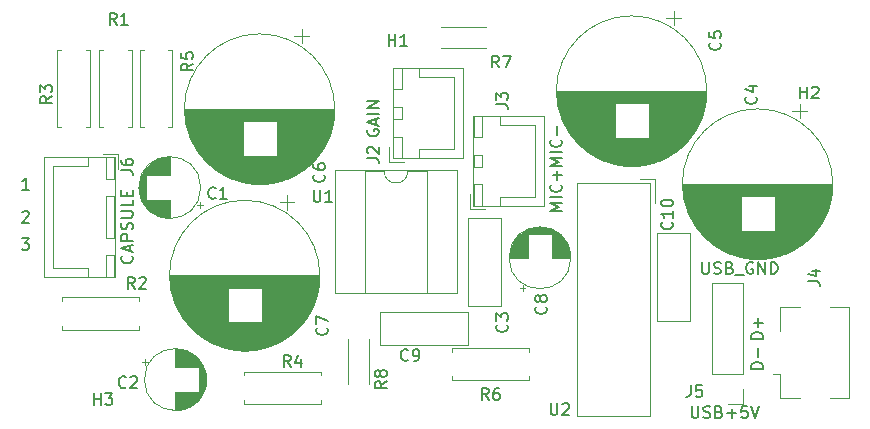
<source format=gbr>
%TF.GenerationSoftware,KiCad,Pcbnew,5.1.12*%
%TF.CreationDate,2022-01-03T10:53:03+01:00*%
%TF.ProjectId,diy-schematics,6469792d-7363-4686-956d-61746963732e,rev?*%
%TF.SameCoordinates,Original*%
%TF.FileFunction,Legend,Top*%
%TF.FilePolarity,Positive*%
%FSLAX46Y46*%
G04 Gerber Fmt 4.6, Leading zero omitted, Abs format (unit mm)*
G04 Created by KiCad (PCBNEW 5.1.12) date 2022-01-03 10:53:03*
%MOMM*%
%LPD*%
G01*
G04 APERTURE LIST*
%ADD10C,0.150000*%
%ADD11C,0.120000*%
%ADD12C,0.100000*%
G04 APERTURE END LIST*
D10*
X37441142Y-183832190D02*
X37488761Y-183879809D01*
X37536380Y-184022666D01*
X37536380Y-184117904D01*
X37488761Y-184260761D01*
X37393523Y-184356000D01*
X37298285Y-184403619D01*
X37107809Y-184451238D01*
X36964952Y-184451238D01*
X36774476Y-184403619D01*
X36679238Y-184356000D01*
X36584000Y-184260761D01*
X36536380Y-184117904D01*
X36536380Y-184022666D01*
X36584000Y-183879809D01*
X36631619Y-183832190D01*
X37250666Y-183451238D02*
X37250666Y-182975047D01*
X37536380Y-183546476D02*
X36536380Y-183213142D01*
X37536380Y-182879809D01*
X37536380Y-182546476D02*
X36536380Y-182546476D01*
X36536380Y-182165523D01*
X36584000Y-182070285D01*
X36631619Y-182022666D01*
X36726857Y-181975047D01*
X36869714Y-181975047D01*
X36964952Y-182022666D01*
X37012571Y-182070285D01*
X37060190Y-182165523D01*
X37060190Y-182546476D01*
X37488761Y-181594095D02*
X37536380Y-181451238D01*
X37536380Y-181213142D01*
X37488761Y-181117904D01*
X37441142Y-181070285D01*
X37345904Y-181022666D01*
X37250666Y-181022666D01*
X37155428Y-181070285D01*
X37107809Y-181117904D01*
X37060190Y-181213142D01*
X37012571Y-181403619D01*
X36964952Y-181498857D01*
X36917333Y-181546476D01*
X36822095Y-181594095D01*
X36726857Y-181594095D01*
X36631619Y-181546476D01*
X36584000Y-181498857D01*
X36536380Y-181403619D01*
X36536380Y-181165523D01*
X36584000Y-181022666D01*
X36536380Y-180594095D02*
X37345904Y-180594095D01*
X37441142Y-180546476D01*
X37488761Y-180498857D01*
X37536380Y-180403619D01*
X37536380Y-180213142D01*
X37488761Y-180117904D01*
X37441142Y-180070285D01*
X37345904Y-180022666D01*
X36536380Y-180022666D01*
X37536380Y-179070285D02*
X37536380Y-179546476D01*
X36536380Y-179546476D01*
X37012571Y-178736952D02*
X37012571Y-178403619D01*
X37536380Y-178260761D02*
X37536380Y-178736952D01*
X36536380Y-178736952D01*
X36536380Y-178260761D01*
X57412000Y-173140571D02*
X57364380Y-173235809D01*
X57364380Y-173378666D01*
X57412000Y-173521523D01*
X57507238Y-173616761D01*
X57602476Y-173664380D01*
X57792952Y-173712000D01*
X57935809Y-173712000D01*
X58126285Y-173664380D01*
X58221523Y-173616761D01*
X58316761Y-173521523D01*
X58364380Y-173378666D01*
X58364380Y-173283428D01*
X58316761Y-173140571D01*
X58269142Y-173092952D01*
X57935809Y-173092952D01*
X57935809Y-173283428D01*
X58078666Y-172712000D02*
X58078666Y-172235809D01*
X58364380Y-172807238D02*
X57364380Y-172473904D01*
X58364380Y-172140571D01*
X58364380Y-171807238D02*
X57364380Y-171807238D01*
X58364380Y-171331047D02*
X57364380Y-171331047D01*
X58364380Y-170759619D01*
X57364380Y-170759619D01*
X73858380Y-176188476D02*
X72858380Y-176188476D01*
X73572666Y-175855142D01*
X72858380Y-175521809D01*
X73858380Y-175521809D01*
X73858380Y-175045619D02*
X72858380Y-175045619D01*
X73763142Y-173998000D02*
X73810761Y-174045619D01*
X73858380Y-174188476D01*
X73858380Y-174283714D01*
X73810761Y-174426571D01*
X73715523Y-174521809D01*
X73620285Y-174569428D01*
X73429809Y-174617047D01*
X73286952Y-174617047D01*
X73096476Y-174569428D01*
X73001238Y-174521809D01*
X72906000Y-174426571D01*
X72858380Y-174283714D01*
X72858380Y-174188476D01*
X72906000Y-174045619D01*
X72953619Y-173998000D01*
X73477428Y-173569428D02*
X73477428Y-172807523D01*
X73858380Y-179998476D02*
X72858380Y-179998476D01*
X73572666Y-179665142D01*
X72858380Y-179331809D01*
X73858380Y-179331809D01*
X73858380Y-178855619D02*
X72858380Y-178855619D01*
X73763142Y-177808000D02*
X73810761Y-177855619D01*
X73858380Y-177998476D01*
X73858380Y-178093714D01*
X73810761Y-178236571D01*
X73715523Y-178331809D01*
X73620285Y-178379428D01*
X73429809Y-178427047D01*
X73286952Y-178427047D01*
X73096476Y-178379428D01*
X73001238Y-178331809D01*
X72906000Y-178236571D01*
X72858380Y-178093714D01*
X72858380Y-177998476D01*
X72906000Y-177855619D01*
X72953619Y-177808000D01*
X73477428Y-177379428D02*
X73477428Y-176617523D01*
X73858380Y-176998476D02*
X73096476Y-176998476D01*
X28114666Y-182332380D02*
X28733714Y-182332380D01*
X28400380Y-182713333D01*
X28543238Y-182713333D01*
X28638476Y-182760952D01*
X28686095Y-182808571D01*
X28733714Y-182903809D01*
X28733714Y-183141904D01*
X28686095Y-183237142D01*
X28638476Y-183284761D01*
X28543238Y-183332380D01*
X28257523Y-183332380D01*
X28162285Y-183284761D01*
X28114666Y-183237142D01*
X28162285Y-180141619D02*
X28209904Y-180094000D01*
X28305142Y-180046380D01*
X28543238Y-180046380D01*
X28638476Y-180094000D01*
X28686095Y-180141619D01*
X28733714Y-180236857D01*
X28733714Y-180332095D01*
X28686095Y-180474952D01*
X28114666Y-181046380D01*
X28733714Y-181046380D01*
X28733714Y-178252380D02*
X28162285Y-178252380D01*
X28448000Y-178252380D02*
X28448000Y-177252380D01*
X28352761Y-177395238D01*
X28257523Y-177490476D01*
X28162285Y-177538095D01*
X90876380Y-193412952D02*
X89876380Y-193412952D01*
X89876380Y-193174857D01*
X89924000Y-193032000D01*
X90019238Y-192936761D01*
X90114476Y-192889142D01*
X90304952Y-192841523D01*
X90447809Y-192841523D01*
X90638285Y-192889142D01*
X90733523Y-192936761D01*
X90828761Y-193032000D01*
X90876380Y-193174857D01*
X90876380Y-193412952D01*
X90495428Y-192412952D02*
X90495428Y-191651047D01*
X90876380Y-190872952D02*
X89876380Y-190872952D01*
X89876380Y-190634857D01*
X89924000Y-190492000D01*
X90019238Y-190396761D01*
X90114476Y-190349142D01*
X90304952Y-190301523D01*
X90447809Y-190301523D01*
X90638285Y-190349142D01*
X90733523Y-190396761D01*
X90828761Y-190492000D01*
X90876380Y-190634857D01*
X90876380Y-190872952D01*
X90495428Y-189872952D02*
X90495428Y-189111047D01*
X90876380Y-189492000D02*
X90114476Y-189492000D01*
X85733333Y-184364380D02*
X85733333Y-185173904D01*
X85780952Y-185269142D01*
X85828571Y-185316761D01*
X85923809Y-185364380D01*
X86114285Y-185364380D01*
X86209523Y-185316761D01*
X86257142Y-185269142D01*
X86304761Y-185173904D01*
X86304761Y-184364380D01*
X86733333Y-185316761D02*
X86876190Y-185364380D01*
X87114285Y-185364380D01*
X87209523Y-185316761D01*
X87257142Y-185269142D01*
X87304761Y-185173904D01*
X87304761Y-185078666D01*
X87257142Y-184983428D01*
X87209523Y-184935809D01*
X87114285Y-184888190D01*
X86923809Y-184840571D01*
X86828571Y-184792952D01*
X86780952Y-184745333D01*
X86733333Y-184650095D01*
X86733333Y-184554857D01*
X86780952Y-184459619D01*
X86828571Y-184412000D01*
X86923809Y-184364380D01*
X87161904Y-184364380D01*
X87304761Y-184412000D01*
X88066666Y-184840571D02*
X88209523Y-184888190D01*
X88257142Y-184935809D01*
X88304761Y-185031047D01*
X88304761Y-185173904D01*
X88257142Y-185269142D01*
X88209523Y-185316761D01*
X88114285Y-185364380D01*
X87733333Y-185364380D01*
X87733333Y-184364380D01*
X88066666Y-184364380D01*
X88161904Y-184412000D01*
X88209523Y-184459619D01*
X88257142Y-184554857D01*
X88257142Y-184650095D01*
X88209523Y-184745333D01*
X88161904Y-184792952D01*
X88066666Y-184840571D01*
X87733333Y-184840571D01*
X88495238Y-185459619D02*
X89257142Y-185459619D01*
X90019047Y-184412000D02*
X89923809Y-184364380D01*
X89780952Y-184364380D01*
X89638095Y-184412000D01*
X89542857Y-184507238D01*
X89495238Y-184602476D01*
X89447619Y-184792952D01*
X89447619Y-184935809D01*
X89495238Y-185126285D01*
X89542857Y-185221523D01*
X89638095Y-185316761D01*
X89780952Y-185364380D01*
X89876190Y-185364380D01*
X90019047Y-185316761D01*
X90066666Y-185269142D01*
X90066666Y-184935809D01*
X89876190Y-184935809D01*
X90495238Y-185364380D02*
X90495238Y-184364380D01*
X91066666Y-185364380D01*
X91066666Y-184364380D01*
X91542857Y-185364380D02*
X91542857Y-184364380D01*
X91780952Y-184364380D01*
X91923809Y-184412000D01*
X92019047Y-184507238D01*
X92066666Y-184602476D01*
X92114285Y-184792952D01*
X92114285Y-184935809D01*
X92066666Y-185126285D01*
X92019047Y-185221523D01*
X91923809Y-185316761D01*
X91780952Y-185364380D01*
X91542857Y-185364380D01*
X84844285Y-196556380D02*
X84844285Y-197365904D01*
X84891904Y-197461142D01*
X84939523Y-197508761D01*
X85034761Y-197556380D01*
X85225238Y-197556380D01*
X85320476Y-197508761D01*
X85368095Y-197461142D01*
X85415714Y-197365904D01*
X85415714Y-196556380D01*
X85844285Y-197508761D02*
X85987142Y-197556380D01*
X86225238Y-197556380D01*
X86320476Y-197508761D01*
X86368095Y-197461142D01*
X86415714Y-197365904D01*
X86415714Y-197270666D01*
X86368095Y-197175428D01*
X86320476Y-197127809D01*
X86225238Y-197080190D01*
X86034761Y-197032571D01*
X85939523Y-196984952D01*
X85891904Y-196937333D01*
X85844285Y-196842095D01*
X85844285Y-196746857D01*
X85891904Y-196651619D01*
X85939523Y-196604000D01*
X86034761Y-196556380D01*
X86272857Y-196556380D01*
X86415714Y-196604000D01*
X87177619Y-197032571D02*
X87320476Y-197080190D01*
X87368095Y-197127809D01*
X87415714Y-197223047D01*
X87415714Y-197365904D01*
X87368095Y-197461142D01*
X87320476Y-197508761D01*
X87225238Y-197556380D01*
X86844285Y-197556380D01*
X86844285Y-196556380D01*
X87177619Y-196556380D01*
X87272857Y-196604000D01*
X87320476Y-196651619D01*
X87368095Y-196746857D01*
X87368095Y-196842095D01*
X87320476Y-196937333D01*
X87272857Y-196984952D01*
X87177619Y-197032571D01*
X86844285Y-197032571D01*
X87844285Y-197175428D02*
X88606190Y-197175428D01*
X88225238Y-197556380D02*
X88225238Y-196794476D01*
X89558571Y-196556380D02*
X89082380Y-196556380D01*
X89034761Y-197032571D01*
X89082380Y-196984952D01*
X89177619Y-196937333D01*
X89415714Y-196937333D01*
X89510952Y-196984952D01*
X89558571Y-197032571D01*
X89606190Y-197127809D01*
X89606190Y-197365904D01*
X89558571Y-197461142D01*
X89510952Y-197508761D01*
X89415714Y-197556380D01*
X89177619Y-197556380D01*
X89082380Y-197508761D01*
X89034761Y-197461142D01*
X89891904Y-196556380D02*
X90225238Y-197556380D01*
X90558571Y-196556380D01*
D11*
%TO.C,C1*%
X43276000Y-178054000D02*
G75*
G03*
X43276000Y-178054000I-2620000J0D01*
G01*
X40656000Y-177014000D02*
X40656000Y-175474000D01*
X40656000Y-180634000D02*
X40656000Y-179094000D01*
X40616000Y-177014000D02*
X40616000Y-175474000D01*
X40616000Y-180634000D02*
X40616000Y-179094000D01*
X40576000Y-180633000D02*
X40576000Y-179094000D01*
X40576000Y-177014000D02*
X40576000Y-175475000D01*
X40536000Y-180632000D02*
X40536000Y-179094000D01*
X40536000Y-177014000D02*
X40536000Y-175476000D01*
X40496000Y-180630000D02*
X40496000Y-179094000D01*
X40496000Y-177014000D02*
X40496000Y-175478000D01*
X40456000Y-180627000D02*
X40456000Y-179094000D01*
X40456000Y-177014000D02*
X40456000Y-175481000D01*
X40416000Y-180623000D02*
X40416000Y-179094000D01*
X40416000Y-177014000D02*
X40416000Y-175485000D01*
X40376000Y-180619000D02*
X40376000Y-179094000D01*
X40376000Y-177014000D02*
X40376000Y-175489000D01*
X40336000Y-180615000D02*
X40336000Y-179094000D01*
X40336000Y-177014000D02*
X40336000Y-175493000D01*
X40296000Y-180610000D02*
X40296000Y-179094000D01*
X40296000Y-177014000D02*
X40296000Y-175498000D01*
X40256000Y-180604000D02*
X40256000Y-179094000D01*
X40256000Y-177014000D02*
X40256000Y-175504000D01*
X40216000Y-180597000D02*
X40216000Y-179094000D01*
X40216000Y-177014000D02*
X40216000Y-175511000D01*
X40176000Y-180590000D02*
X40176000Y-179094000D01*
X40176000Y-177014000D02*
X40176000Y-175518000D01*
X40136000Y-180582000D02*
X40136000Y-179094000D01*
X40136000Y-177014000D02*
X40136000Y-175526000D01*
X40096000Y-180574000D02*
X40096000Y-179094000D01*
X40096000Y-177014000D02*
X40096000Y-175534000D01*
X40056000Y-180565000D02*
X40056000Y-179094000D01*
X40056000Y-177014000D02*
X40056000Y-175543000D01*
X40016000Y-180555000D02*
X40016000Y-179094000D01*
X40016000Y-177014000D02*
X40016000Y-175553000D01*
X39976000Y-180545000D02*
X39976000Y-179094000D01*
X39976000Y-177014000D02*
X39976000Y-175563000D01*
X39935000Y-180534000D02*
X39935000Y-179094000D01*
X39935000Y-177014000D02*
X39935000Y-175574000D01*
X39895000Y-180522000D02*
X39895000Y-179094000D01*
X39895000Y-177014000D02*
X39895000Y-175586000D01*
X39855000Y-180509000D02*
X39855000Y-179094000D01*
X39855000Y-177014000D02*
X39855000Y-175599000D01*
X39815000Y-180496000D02*
X39815000Y-179094000D01*
X39815000Y-177014000D02*
X39815000Y-175612000D01*
X39775000Y-180482000D02*
X39775000Y-179094000D01*
X39775000Y-177014000D02*
X39775000Y-175626000D01*
X39735000Y-180468000D02*
X39735000Y-179094000D01*
X39735000Y-177014000D02*
X39735000Y-175640000D01*
X39695000Y-180452000D02*
X39695000Y-179094000D01*
X39695000Y-177014000D02*
X39695000Y-175656000D01*
X39655000Y-180436000D02*
X39655000Y-179094000D01*
X39655000Y-177014000D02*
X39655000Y-175672000D01*
X39615000Y-180419000D02*
X39615000Y-179094000D01*
X39615000Y-177014000D02*
X39615000Y-175689000D01*
X39575000Y-180402000D02*
X39575000Y-179094000D01*
X39575000Y-177014000D02*
X39575000Y-175706000D01*
X39535000Y-180383000D02*
X39535000Y-179094000D01*
X39535000Y-177014000D02*
X39535000Y-175725000D01*
X39495000Y-180364000D02*
X39495000Y-179094000D01*
X39495000Y-177014000D02*
X39495000Y-175744000D01*
X39455000Y-180344000D02*
X39455000Y-179094000D01*
X39455000Y-177014000D02*
X39455000Y-175764000D01*
X39415000Y-180322000D02*
X39415000Y-179094000D01*
X39415000Y-177014000D02*
X39415000Y-175786000D01*
X39375000Y-180301000D02*
X39375000Y-179094000D01*
X39375000Y-177014000D02*
X39375000Y-175807000D01*
X39335000Y-180278000D02*
X39335000Y-179094000D01*
X39335000Y-177014000D02*
X39335000Y-175830000D01*
X39295000Y-180254000D02*
X39295000Y-179094000D01*
X39295000Y-177014000D02*
X39295000Y-175854000D01*
X39255000Y-180229000D02*
X39255000Y-179094000D01*
X39255000Y-177014000D02*
X39255000Y-175879000D01*
X39215000Y-180203000D02*
X39215000Y-179094000D01*
X39215000Y-177014000D02*
X39215000Y-175905000D01*
X39175000Y-180176000D02*
X39175000Y-179094000D01*
X39175000Y-177014000D02*
X39175000Y-175932000D01*
X39135000Y-180149000D02*
X39135000Y-179094000D01*
X39135000Y-177014000D02*
X39135000Y-175959000D01*
X39095000Y-180119000D02*
X39095000Y-179094000D01*
X39095000Y-177014000D02*
X39095000Y-175989000D01*
X39055000Y-180089000D02*
X39055000Y-179094000D01*
X39055000Y-177014000D02*
X39055000Y-176019000D01*
X39015000Y-180058000D02*
X39015000Y-179094000D01*
X39015000Y-177014000D02*
X39015000Y-176050000D01*
X38975000Y-180025000D02*
X38975000Y-179094000D01*
X38975000Y-177014000D02*
X38975000Y-176083000D01*
X38935000Y-179991000D02*
X38935000Y-179094000D01*
X38935000Y-177014000D02*
X38935000Y-176117000D01*
X38895000Y-179955000D02*
X38895000Y-179094000D01*
X38895000Y-177014000D02*
X38895000Y-176153000D01*
X38855000Y-179918000D02*
X38855000Y-179094000D01*
X38855000Y-177014000D02*
X38855000Y-176190000D01*
X38815000Y-179880000D02*
X38815000Y-179094000D01*
X38815000Y-177014000D02*
X38815000Y-176228000D01*
X38775000Y-179839000D02*
X38775000Y-179094000D01*
X38775000Y-177014000D02*
X38775000Y-176269000D01*
X38735000Y-179797000D02*
X38735000Y-179094000D01*
X38735000Y-177014000D02*
X38735000Y-176311000D01*
X38695000Y-179753000D02*
X38695000Y-179094000D01*
X38695000Y-177014000D02*
X38695000Y-176355000D01*
X38655000Y-179707000D02*
X38655000Y-179094000D01*
X38655000Y-177014000D02*
X38655000Y-176401000D01*
X38615000Y-179659000D02*
X38615000Y-176449000D01*
X38575000Y-179608000D02*
X38575000Y-176500000D01*
X38535000Y-179554000D02*
X38535000Y-176554000D01*
X38495000Y-179497000D02*
X38495000Y-176611000D01*
X38455000Y-179437000D02*
X38455000Y-176671000D01*
X38415000Y-179373000D02*
X38415000Y-176735000D01*
X38375000Y-179305000D02*
X38375000Y-176803000D01*
X38335000Y-179232000D02*
X38335000Y-176876000D01*
X38295000Y-179152000D02*
X38295000Y-176956000D01*
X38255000Y-179065000D02*
X38255000Y-177043000D01*
X38215000Y-178969000D02*
X38215000Y-177139000D01*
X38175000Y-178859000D02*
X38175000Y-177249000D01*
X38135000Y-178731000D02*
X38135000Y-177377000D01*
X38095000Y-178572000D02*
X38095000Y-177536000D01*
X38055000Y-178338000D02*
X38055000Y-177770000D01*
X43460775Y-179529000D02*
X42960775Y-179529000D01*
X43210775Y-179779000D02*
X43210775Y-179279000D01*
%TO.C,R5*%
X38138000Y-172942000D02*
X38468000Y-172942000D01*
X38138000Y-166402000D02*
X38138000Y-172942000D01*
X38468000Y-166402000D02*
X38138000Y-166402000D01*
X40878000Y-172942000D02*
X40548000Y-172942000D01*
X40878000Y-166402000D02*
X40878000Y-172942000D01*
X40548000Y-166402000D02*
X40878000Y-166402000D01*
%TO.C,C5*%
X86126000Y-169886000D02*
G75*
G03*
X86126000Y-169886000I-6370000J0D01*
G01*
X86086000Y-169886000D02*
X73426000Y-169886000D01*
X86086000Y-169926000D02*
X73426000Y-169926000D01*
X86086000Y-169966000D02*
X73426000Y-169966000D01*
X86085000Y-170006000D02*
X73427000Y-170006000D01*
X86084000Y-170046000D02*
X73428000Y-170046000D01*
X86083000Y-170086000D02*
X73429000Y-170086000D01*
X86082000Y-170126000D02*
X73430000Y-170126000D01*
X86080000Y-170166000D02*
X73432000Y-170166000D01*
X86078000Y-170206000D02*
X73434000Y-170206000D01*
X86076000Y-170246000D02*
X73436000Y-170246000D01*
X86074000Y-170286000D02*
X73438000Y-170286000D01*
X86071000Y-170326000D02*
X73441000Y-170326000D01*
X86068000Y-170366000D02*
X73444000Y-170366000D01*
X86065000Y-170406000D02*
X73447000Y-170406000D01*
X86062000Y-170446000D02*
X73450000Y-170446000D01*
X86058000Y-170486000D02*
X73454000Y-170486000D01*
X86054000Y-170526000D02*
X73458000Y-170526000D01*
X86050000Y-170566000D02*
X73462000Y-170566000D01*
X86046000Y-170607000D02*
X73466000Y-170607000D01*
X86041000Y-170647000D02*
X73471000Y-170647000D01*
X86036000Y-170687000D02*
X73476000Y-170687000D01*
X86031000Y-170727000D02*
X73481000Y-170727000D01*
X86025000Y-170767000D02*
X73487000Y-170767000D01*
X86020000Y-170807000D02*
X73492000Y-170807000D01*
X86014000Y-170847000D02*
X73498000Y-170847000D01*
X86008000Y-170887000D02*
X73504000Y-170887000D01*
X86001000Y-170927000D02*
X73511000Y-170927000D01*
X85994000Y-170967000D02*
X81196000Y-170967000D01*
X78316000Y-170967000D02*
X73518000Y-170967000D01*
X85987000Y-171007000D02*
X81196000Y-171007000D01*
X78316000Y-171007000D02*
X73525000Y-171007000D01*
X85980000Y-171047000D02*
X81196000Y-171047000D01*
X78316000Y-171047000D02*
X73532000Y-171047000D01*
X85972000Y-171087000D02*
X81196000Y-171087000D01*
X78316000Y-171087000D02*
X73540000Y-171087000D01*
X85965000Y-171127000D02*
X81196000Y-171127000D01*
X78316000Y-171127000D02*
X73547000Y-171127000D01*
X85957000Y-171167000D02*
X81196000Y-171167000D01*
X78316000Y-171167000D02*
X73555000Y-171167000D01*
X85948000Y-171207000D02*
X81196000Y-171207000D01*
X78316000Y-171207000D02*
X73564000Y-171207000D01*
X85940000Y-171247000D02*
X81196000Y-171247000D01*
X78316000Y-171247000D02*
X73572000Y-171247000D01*
X85931000Y-171287000D02*
X81196000Y-171287000D01*
X78316000Y-171287000D02*
X73581000Y-171287000D01*
X85922000Y-171327000D02*
X81196000Y-171327000D01*
X78316000Y-171327000D02*
X73590000Y-171327000D01*
X85912000Y-171367000D02*
X81196000Y-171367000D01*
X78316000Y-171367000D02*
X73600000Y-171367000D01*
X85902000Y-171407000D02*
X81196000Y-171407000D01*
X78316000Y-171407000D02*
X73610000Y-171407000D01*
X85893000Y-171447000D02*
X81196000Y-171447000D01*
X78316000Y-171447000D02*
X73619000Y-171447000D01*
X85882000Y-171487000D02*
X81196000Y-171487000D01*
X78316000Y-171487000D02*
X73630000Y-171487000D01*
X85872000Y-171527000D02*
X81196000Y-171527000D01*
X78316000Y-171527000D02*
X73640000Y-171527000D01*
X85861000Y-171567000D02*
X81196000Y-171567000D01*
X78316000Y-171567000D02*
X73651000Y-171567000D01*
X85850000Y-171607000D02*
X81196000Y-171607000D01*
X78316000Y-171607000D02*
X73662000Y-171607000D01*
X85839000Y-171647000D02*
X81196000Y-171647000D01*
X78316000Y-171647000D02*
X73673000Y-171647000D01*
X85827000Y-171687000D02*
X81196000Y-171687000D01*
X78316000Y-171687000D02*
X73685000Y-171687000D01*
X85815000Y-171727000D02*
X81196000Y-171727000D01*
X78316000Y-171727000D02*
X73697000Y-171727000D01*
X85803000Y-171767000D02*
X81196000Y-171767000D01*
X78316000Y-171767000D02*
X73709000Y-171767000D01*
X85790000Y-171807000D02*
X81196000Y-171807000D01*
X78316000Y-171807000D02*
X73722000Y-171807000D01*
X85777000Y-171847000D02*
X81196000Y-171847000D01*
X78316000Y-171847000D02*
X73735000Y-171847000D01*
X85764000Y-171887000D02*
X81196000Y-171887000D01*
X78316000Y-171887000D02*
X73748000Y-171887000D01*
X85751000Y-171927000D02*
X81196000Y-171927000D01*
X78316000Y-171927000D02*
X73761000Y-171927000D01*
X85737000Y-171967000D02*
X81196000Y-171967000D01*
X78316000Y-171967000D02*
X73775000Y-171967000D01*
X85723000Y-172007000D02*
X81196000Y-172007000D01*
X78316000Y-172007000D02*
X73789000Y-172007000D01*
X85709000Y-172047000D02*
X81196000Y-172047000D01*
X78316000Y-172047000D02*
X73803000Y-172047000D01*
X85695000Y-172087000D02*
X81196000Y-172087000D01*
X78316000Y-172087000D02*
X73817000Y-172087000D01*
X85680000Y-172127000D02*
X81196000Y-172127000D01*
X78316000Y-172127000D02*
X73832000Y-172127000D01*
X85664000Y-172167000D02*
X81196000Y-172167000D01*
X78316000Y-172167000D02*
X73848000Y-172167000D01*
X85649000Y-172207000D02*
X81196000Y-172207000D01*
X78316000Y-172207000D02*
X73863000Y-172207000D01*
X85633000Y-172247000D02*
X81196000Y-172247000D01*
X78316000Y-172247000D02*
X73879000Y-172247000D01*
X85617000Y-172287000D02*
X81196000Y-172287000D01*
X78316000Y-172287000D02*
X73895000Y-172287000D01*
X85601000Y-172327000D02*
X81196000Y-172327000D01*
X78316000Y-172327000D02*
X73911000Y-172327000D01*
X85584000Y-172367000D02*
X81196000Y-172367000D01*
X78316000Y-172367000D02*
X73928000Y-172367000D01*
X85567000Y-172407000D02*
X81196000Y-172407000D01*
X78316000Y-172407000D02*
X73945000Y-172407000D01*
X85549000Y-172447000D02*
X81196000Y-172447000D01*
X78316000Y-172447000D02*
X73963000Y-172447000D01*
X85532000Y-172487000D02*
X81196000Y-172487000D01*
X78316000Y-172487000D02*
X73980000Y-172487000D01*
X85514000Y-172527000D02*
X81196000Y-172527000D01*
X78316000Y-172527000D02*
X73998000Y-172527000D01*
X85495000Y-172567000D02*
X81196000Y-172567000D01*
X78316000Y-172567000D02*
X74017000Y-172567000D01*
X85477000Y-172607000D02*
X81196000Y-172607000D01*
X78316000Y-172607000D02*
X74035000Y-172607000D01*
X85458000Y-172647000D02*
X81196000Y-172647000D01*
X78316000Y-172647000D02*
X74054000Y-172647000D01*
X85438000Y-172687000D02*
X81196000Y-172687000D01*
X78316000Y-172687000D02*
X74074000Y-172687000D01*
X85418000Y-172727000D02*
X81196000Y-172727000D01*
X78316000Y-172727000D02*
X74094000Y-172727000D01*
X85398000Y-172767000D02*
X81196000Y-172767000D01*
X78316000Y-172767000D02*
X74114000Y-172767000D01*
X85378000Y-172807000D02*
X81196000Y-172807000D01*
X78316000Y-172807000D02*
X74134000Y-172807000D01*
X85357000Y-172847000D02*
X81196000Y-172847000D01*
X78316000Y-172847000D02*
X74155000Y-172847000D01*
X85336000Y-172887000D02*
X81196000Y-172887000D01*
X78316000Y-172887000D02*
X74176000Y-172887000D01*
X85314000Y-172927000D02*
X81196000Y-172927000D01*
X78316000Y-172927000D02*
X74198000Y-172927000D01*
X85292000Y-172967000D02*
X81196000Y-172967000D01*
X78316000Y-172967000D02*
X74220000Y-172967000D01*
X85270000Y-173007000D02*
X81196000Y-173007000D01*
X78316000Y-173007000D02*
X74242000Y-173007000D01*
X85247000Y-173047000D02*
X81196000Y-173047000D01*
X78316000Y-173047000D02*
X74265000Y-173047000D01*
X85224000Y-173087000D02*
X81196000Y-173087000D01*
X78316000Y-173087000D02*
X74288000Y-173087000D01*
X85201000Y-173127000D02*
X81196000Y-173127000D01*
X78316000Y-173127000D02*
X74311000Y-173127000D01*
X85177000Y-173167000D02*
X81196000Y-173167000D01*
X78316000Y-173167000D02*
X74335000Y-173167000D01*
X85153000Y-173207000D02*
X81196000Y-173207000D01*
X78316000Y-173207000D02*
X74359000Y-173207000D01*
X85128000Y-173247000D02*
X81196000Y-173247000D01*
X78316000Y-173247000D02*
X74384000Y-173247000D01*
X85103000Y-173287000D02*
X81196000Y-173287000D01*
X78316000Y-173287000D02*
X74409000Y-173287000D01*
X85078000Y-173327000D02*
X81196000Y-173327000D01*
X78316000Y-173327000D02*
X74434000Y-173327000D01*
X85052000Y-173367000D02*
X81196000Y-173367000D01*
X78316000Y-173367000D02*
X74460000Y-173367000D01*
X85026000Y-173407000D02*
X81196000Y-173407000D01*
X78316000Y-173407000D02*
X74486000Y-173407000D01*
X84999000Y-173447000D02*
X81196000Y-173447000D01*
X78316000Y-173447000D02*
X74513000Y-173447000D01*
X84972000Y-173487000D02*
X81196000Y-173487000D01*
X78316000Y-173487000D02*
X74540000Y-173487000D01*
X84944000Y-173527000D02*
X81196000Y-173527000D01*
X78316000Y-173527000D02*
X74568000Y-173527000D01*
X84916000Y-173567000D02*
X81196000Y-173567000D01*
X78316000Y-173567000D02*
X74596000Y-173567000D01*
X84887000Y-173607000D02*
X81196000Y-173607000D01*
X78316000Y-173607000D02*
X74625000Y-173607000D01*
X84858000Y-173647000D02*
X81196000Y-173647000D01*
X78316000Y-173647000D02*
X74654000Y-173647000D01*
X84829000Y-173687000D02*
X81196000Y-173687000D01*
X78316000Y-173687000D02*
X74683000Y-173687000D01*
X84799000Y-173727000D02*
X81196000Y-173727000D01*
X78316000Y-173727000D02*
X74713000Y-173727000D01*
X84768000Y-173767000D02*
X81196000Y-173767000D01*
X78316000Y-173767000D02*
X74744000Y-173767000D01*
X84738000Y-173807000D02*
X81196000Y-173807000D01*
X78316000Y-173807000D02*
X74774000Y-173807000D01*
X84706000Y-173847000D02*
X74806000Y-173847000D01*
X84674000Y-173887000D02*
X74838000Y-173887000D01*
X84641000Y-173927000D02*
X74871000Y-173927000D01*
X84608000Y-173967000D02*
X74904000Y-173967000D01*
X84575000Y-174007000D02*
X74937000Y-174007000D01*
X84541000Y-174047000D02*
X74971000Y-174047000D01*
X84506000Y-174087000D02*
X75006000Y-174087000D01*
X84470000Y-174127000D02*
X75042000Y-174127000D01*
X84434000Y-174167000D02*
X75078000Y-174167000D01*
X84398000Y-174207000D02*
X75114000Y-174207000D01*
X84361000Y-174247000D02*
X75151000Y-174247000D01*
X84323000Y-174287000D02*
X75189000Y-174287000D01*
X84284000Y-174327000D02*
X75228000Y-174327000D01*
X84245000Y-174367000D02*
X75267000Y-174367000D01*
X84205000Y-174407000D02*
X75307000Y-174407000D01*
X84164000Y-174447000D02*
X75348000Y-174447000D01*
X84123000Y-174487000D02*
X75389000Y-174487000D01*
X84081000Y-174527000D02*
X75431000Y-174527000D01*
X84038000Y-174567000D02*
X75474000Y-174567000D01*
X83994000Y-174607000D02*
X75518000Y-174607000D01*
X83950000Y-174647000D02*
X75562000Y-174647000D01*
X83904000Y-174687000D02*
X75608000Y-174687000D01*
X83858000Y-174727000D02*
X75654000Y-174727000D01*
X83811000Y-174767000D02*
X75701000Y-174767000D01*
X83763000Y-174807000D02*
X75749000Y-174807000D01*
X83713000Y-174847000D02*
X75799000Y-174847000D01*
X83663000Y-174887000D02*
X75849000Y-174887000D01*
X83612000Y-174927000D02*
X75900000Y-174927000D01*
X83560000Y-174967000D02*
X75952000Y-174967000D01*
X83506000Y-175007000D02*
X76006000Y-175007000D01*
X83452000Y-175047000D02*
X76060000Y-175047000D01*
X83396000Y-175087000D02*
X76116000Y-175087000D01*
X83339000Y-175127000D02*
X76173000Y-175127000D01*
X83280000Y-175167000D02*
X76232000Y-175167000D01*
X83220000Y-175207000D02*
X76292000Y-175207000D01*
X83158000Y-175247000D02*
X76354000Y-175247000D01*
X83095000Y-175287000D02*
X76417000Y-175287000D01*
X83031000Y-175327000D02*
X76481000Y-175327000D01*
X82964000Y-175367000D02*
X76548000Y-175367000D01*
X82896000Y-175407000D02*
X76616000Y-175407000D01*
X82825000Y-175447000D02*
X76687000Y-175447000D01*
X82752000Y-175487000D02*
X76760000Y-175487000D01*
X82677000Y-175527000D02*
X76835000Y-175527000D01*
X82600000Y-175567000D02*
X76912000Y-175567000D01*
X82520000Y-175607000D02*
X76992000Y-175607000D01*
X82437000Y-175647000D02*
X77075000Y-175647000D01*
X82350000Y-175687000D02*
X77162000Y-175687000D01*
X82260000Y-175727000D02*
X77252000Y-175727000D01*
X82166000Y-175767000D02*
X77346000Y-175767000D01*
X82068000Y-175807000D02*
X77444000Y-175807000D01*
X81965000Y-175847000D02*
X77547000Y-175847000D01*
X81856000Y-175887000D02*
X77656000Y-175887000D01*
X81740000Y-175927000D02*
X77772000Y-175927000D01*
X81617000Y-175967000D02*
X77895000Y-175967000D01*
X81484000Y-176007000D02*
X78028000Y-176007000D01*
X81339000Y-176047000D02*
X78173000Y-176047000D01*
X81178000Y-176087000D02*
X78334000Y-176087000D01*
X80997000Y-176127000D02*
X78515000Y-176127000D01*
X80784000Y-176167000D02*
X78728000Y-176167000D01*
X80513000Y-176207000D02*
X78999000Y-176207000D01*
X80073000Y-176247000D02*
X79439000Y-176247000D01*
X83331000Y-163068918D02*
X83331000Y-164318918D01*
X83956000Y-163693918D02*
X82706000Y-163693918D01*
%TO.C,C10*%
X84682000Y-181914000D02*
X84682000Y-189354000D01*
X81942000Y-181914000D02*
X81942000Y-189354000D01*
X84682000Y-181914000D02*
X81942000Y-181914000D01*
X84682000Y-189354000D02*
X81942000Y-189354000D01*
%TO.C,C3*%
X68680000Y-188084000D02*
X65940000Y-188084000D01*
X68680000Y-180644000D02*
X65940000Y-180644000D01*
X65940000Y-180644000D02*
X65940000Y-188084000D01*
X68680000Y-180644000D02*
X68680000Y-188084000D01*
%TO.C,C4*%
X94624000Y-171567918D02*
X93374000Y-171567918D01*
X93999000Y-170942918D02*
X93999000Y-172192918D01*
X90741000Y-184121000D02*
X90107000Y-184121000D01*
X91181000Y-184081000D02*
X89667000Y-184081000D01*
X91452000Y-184041000D02*
X89396000Y-184041000D01*
X91665000Y-184001000D02*
X89183000Y-184001000D01*
X91846000Y-183961000D02*
X89002000Y-183961000D01*
X92007000Y-183921000D02*
X88841000Y-183921000D01*
X92152000Y-183881000D02*
X88696000Y-183881000D01*
X92285000Y-183841000D02*
X88563000Y-183841000D01*
X92408000Y-183801000D02*
X88440000Y-183801000D01*
X92524000Y-183761000D02*
X88324000Y-183761000D01*
X92633000Y-183721000D02*
X88215000Y-183721000D01*
X92736000Y-183681000D02*
X88112000Y-183681000D01*
X92834000Y-183641000D02*
X88014000Y-183641000D01*
X92928000Y-183601000D02*
X87920000Y-183601000D01*
X93018000Y-183561000D02*
X87830000Y-183561000D01*
X93105000Y-183521000D02*
X87743000Y-183521000D01*
X93188000Y-183481000D02*
X87660000Y-183481000D01*
X93268000Y-183441000D02*
X87580000Y-183441000D01*
X93345000Y-183401000D02*
X87503000Y-183401000D01*
X93420000Y-183361000D02*
X87428000Y-183361000D01*
X93493000Y-183321000D02*
X87355000Y-183321000D01*
X93564000Y-183281000D02*
X87284000Y-183281000D01*
X93632000Y-183241000D02*
X87216000Y-183241000D01*
X93699000Y-183201000D02*
X87149000Y-183201000D01*
X93763000Y-183161000D02*
X87085000Y-183161000D01*
X93826000Y-183121000D02*
X87022000Y-183121000D01*
X93888000Y-183081000D02*
X86960000Y-183081000D01*
X93948000Y-183041000D02*
X86900000Y-183041000D01*
X94007000Y-183001000D02*
X86841000Y-183001000D01*
X94064000Y-182961000D02*
X86784000Y-182961000D01*
X94120000Y-182921000D02*
X86728000Y-182921000D01*
X94174000Y-182881000D02*
X86674000Y-182881000D01*
X94228000Y-182841000D02*
X86620000Y-182841000D01*
X94280000Y-182801000D02*
X86568000Y-182801000D01*
X94331000Y-182761000D02*
X86517000Y-182761000D01*
X94381000Y-182721000D02*
X86467000Y-182721000D01*
X94431000Y-182681000D02*
X86417000Y-182681000D01*
X94479000Y-182641000D02*
X86369000Y-182641000D01*
X94526000Y-182601000D02*
X86322000Y-182601000D01*
X94572000Y-182561000D02*
X86276000Y-182561000D01*
X94618000Y-182521000D02*
X86230000Y-182521000D01*
X94662000Y-182481000D02*
X86186000Y-182481000D01*
X94706000Y-182441000D02*
X86142000Y-182441000D01*
X94749000Y-182401000D02*
X86099000Y-182401000D01*
X94791000Y-182361000D02*
X86057000Y-182361000D01*
X94832000Y-182321000D02*
X86016000Y-182321000D01*
X94873000Y-182281000D02*
X85975000Y-182281000D01*
X94913000Y-182241000D02*
X85935000Y-182241000D01*
X94952000Y-182201000D02*
X85896000Y-182201000D01*
X94991000Y-182161000D02*
X85857000Y-182161000D01*
X95029000Y-182121000D02*
X85819000Y-182121000D01*
X95066000Y-182081000D02*
X85782000Y-182081000D01*
X95102000Y-182041000D02*
X85746000Y-182041000D01*
X95138000Y-182001000D02*
X85710000Y-182001000D01*
X95174000Y-181961000D02*
X85674000Y-181961000D01*
X95209000Y-181921000D02*
X85639000Y-181921000D01*
X95243000Y-181881000D02*
X85605000Y-181881000D01*
X95276000Y-181841000D02*
X85572000Y-181841000D01*
X95309000Y-181801000D02*
X85539000Y-181801000D01*
X95342000Y-181761000D02*
X85506000Y-181761000D01*
X95374000Y-181721000D02*
X85474000Y-181721000D01*
X88984000Y-181681000D02*
X85442000Y-181681000D01*
X95406000Y-181681000D02*
X91864000Y-181681000D01*
X88984000Y-181641000D02*
X85412000Y-181641000D01*
X95436000Y-181641000D02*
X91864000Y-181641000D01*
X88984000Y-181601000D02*
X85381000Y-181601000D01*
X95467000Y-181601000D02*
X91864000Y-181601000D01*
X88984000Y-181561000D02*
X85351000Y-181561000D01*
X95497000Y-181561000D02*
X91864000Y-181561000D01*
X88984000Y-181521000D02*
X85322000Y-181521000D01*
X95526000Y-181521000D02*
X91864000Y-181521000D01*
X88984000Y-181481000D02*
X85293000Y-181481000D01*
X95555000Y-181481000D02*
X91864000Y-181481000D01*
X88984000Y-181441000D02*
X85264000Y-181441000D01*
X95584000Y-181441000D02*
X91864000Y-181441000D01*
X88984000Y-181401000D02*
X85236000Y-181401000D01*
X95612000Y-181401000D02*
X91864000Y-181401000D01*
X88984000Y-181361000D02*
X85208000Y-181361000D01*
X95640000Y-181361000D02*
X91864000Y-181361000D01*
X88984000Y-181321000D02*
X85181000Y-181321000D01*
X95667000Y-181321000D02*
X91864000Y-181321000D01*
X88984000Y-181281000D02*
X85154000Y-181281000D01*
X95694000Y-181281000D02*
X91864000Y-181281000D01*
X88984000Y-181241000D02*
X85128000Y-181241000D01*
X95720000Y-181241000D02*
X91864000Y-181241000D01*
X88984000Y-181201000D02*
X85102000Y-181201000D01*
X95746000Y-181201000D02*
X91864000Y-181201000D01*
X88984000Y-181161000D02*
X85077000Y-181161000D01*
X95771000Y-181161000D02*
X91864000Y-181161000D01*
X88984000Y-181121000D02*
X85052000Y-181121000D01*
X95796000Y-181121000D02*
X91864000Y-181121000D01*
X88984000Y-181081000D02*
X85027000Y-181081000D01*
X95821000Y-181081000D02*
X91864000Y-181081000D01*
X88984000Y-181041000D02*
X85003000Y-181041000D01*
X95845000Y-181041000D02*
X91864000Y-181041000D01*
X88984000Y-181001000D02*
X84979000Y-181001000D01*
X95869000Y-181001000D02*
X91864000Y-181001000D01*
X88984000Y-180961000D02*
X84956000Y-180961000D01*
X95892000Y-180961000D02*
X91864000Y-180961000D01*
X88984000Y-180921000D02*
X84933000Y-180921000D01*
X95915000Y-180921000D02*
X91864000Y-180921000D01*
X88984000Y-180881000D02*
X84910000Y-180881000D01*
X95938000Y-180881000D02*
X91864000Y-180881000D01*
X88984000Y-180841000D02*
X84888000Y-180841000D01*
X95960000Y-180841000D02*
X91864000Y-180841000D01*
X88984000Y-180801000D02*
X84866000Y-180801000D01*
X95982000Y-180801000D02*
X91864000Y-180801000D01*
X88984000Y-180761000D02*
X84844000Y-180761000D01*
X96004000Y-180761000D02*
X91864000Y-180761000D01*
X88984000Y-180721000D02*
X84823000Y-180721000D01*
X96025000Y-180721000D02*
X91864000Y-180721000D01*
X88984000Y-180681000D02*
X84802000Y-180681000D01*
X96046000Y-180681000D02*
X91864000Y-180681000D01*
X88984000Y-180641000D02*
X84782000Y-180641000D01*
X96066000Y-180641000D02*
X91864000Y-180641000D01*
X88984000Y-180601000D02*
X84762000Y-180601000D01*
X96086000Y-180601000D02*
X91864000Y-180601000D01*
X88984000Y-180561000D02*
X84742000Y-180561000D01*
X96106000Y-180561000D02*
X91864000Y-180561000D01*
X88984000Y-180521000D02*
X84722000Y-180521000D01*
X96126000Y-180521000D02*
X91864000Y-180521000D01*
X88984000Y-180481000D02*
X84703000Y-180481000D01*
X96145000Y-180481000D02*
X91864000Y-180481000D01*
X88984000Y-180441000D02*
X84685000Y-180441000D01*
X96163000Y-180441000D02*
X91864000Y-180441000D01*
X88984000Y-180401000D02*
X84666000Y-180401000D01*
X96182000Y-180401000D02*
X91864000Y-180401000D01*
X88984000Y-180361000D02*
X84648000Y-180361000D01*
X96200000Y-180361000D02*
X91864000Y-180361000D01*
X88984000Y-180321000D02*
X84631000Y-180321000D01*
X96217000Y-180321000D02*
X91864000Y-180321000D01*
X88984000Y-180281000D02*
X84613000Y-180281000D01*
X96235000Y-180281000D02*
X91864000Y-180281000D01*
X88984000Y-180241000D02*
X84596000Y-180241000D01*
X96252000Y-180241000D02*
X91864000Y-180241000D01*
X88984000Y-180201000D02*
X84579000Y-180201000D01*
X96269000Y-180201000D02*
X91864000Y-180201000D01*
X88984000Y-180161000D02*
X84563000Y-180161000D01*
X96285000Y-180161000D02*
X91864000Y-180161000D01*
X88984000Y-180121000D02*
X84547000Y-180121000D01*
X96301000Y-180121000D02*
X91864000Y-180121000D01*
X88984000Y-180081000D02*
X84531000Y-180081000D01*
X96317000Y-180081000D02*
X91864000Y-180081000D01*
X88984000Y-180041000D02*
X84516000Y-180041000D01*
X96332000Y-180041000D02*
X91864000Y-180041000D01*
X88984000Y-180001000D02*
X84500000Y-180001000D01*
X96348000Y-180001000D02*
X91864000Y-180001000D01*
X88984000Y-179961000D02*
X84485000Y-179961000D01*
X96363000Y-179961000D02*
X91864000Y-179961000D01*
X88984000Y-179921000D02*
X84471000Y-179921000D01*
X96377000Y-179921000D02*
X91864000Y-179921000D01*
X88984000Y-179881000D02*
X84457000Y-179881000D01*
X96391000Y-179881000D02*
X91864000Y-179881000D01*
X88984000Y-179841000D02*
X84443000Y-179841000D01*
X96405000Y-179841000D02*
X91864000Y-179841000D01*
X88984000Y-179801000D02*
X84429000Y-179801000D01*
X96419000Y-179801000D02*
X91864000Y-179801000D01*
X88984000Y-179761000D02*
X84416000Y-179761000D01*
X96432000Y-179761000D02*
X91864000Y-179761000D01*
X88984000Y-179721000D02*
X84403000Y-179721000D01*
X96445000Y-179721000D02*
X91864000Y-179721000D01*
X88984000Y-179681000D02*
X84390000Y-179681000D01*
X96458000Y-179681000D02*
X91864000Y-179681000D01*
X88984000Y-179641000D02*
X84377000Y-179641000D01*
X96471000Y-179641000D02*
X91864000Y-179641000D01*
X88984000Y-179601000D02*
X84365000Y-179601000D01*
X96483000Y-179601000D02*
X91864000Y-179601000D01*
X88984000Y-179561000D02*
X84353000Y-179561000D01*
X96495000Y-179561000D02*
X91864000Y-179561000D01*
X88984000Y-179521000D02*
X84341000Y-179521000D01*
X96507000Y-179521000D02*
X91864000Y-179521000D01*
X88984000Y-179481000D02*
X84330000Y-179481000D01*
X96518000Y-179481000D02*
X91864000Y-179481000D01*
X88984000Y-179441000D02*
X84319000Y-179441000D01*
X96529000Y-179441000D02*
X91864000Y-179441000D01*
X88984000Y-179401000D02*
X84308000Y-179401000D01*
X96540000Y-179401000D02*
X91864000Y-179401000D01*
X88984000Y-179361000D02*
X84298000Y-179361000D01*
X96550000Y-179361000D02*
X91864000Y-179361000D01*
X88984000Y-179321000D02*
X84287000Y-179321000D01*
X96561000Y-179321000D02*
X91864000Y-179321000D01*
X88984000Y-179281000D02*
X84278000Y-179281000D01*
X96570000Y-179281000D02*
X91864000Y-179281000D01*
X88984000Y-179241000D02*
X84268000Y-179241000D01*
X96580000Y-179241000D02*
X91864000Y-179241000D01*
X88984000Y-179201000D02*
X84258000Y-179201000D01*
X96590000Y-179201000D02*
X91864000Y-179201000D01*
X88984000Y-179161000D02*
X84249000Y-179161000D01*
X96599000Y-179161000D02*
X91864000Y-179161000D01*
X88984000Y-179121000D02*
X84240000Y-179121000D01*
X96608000Y-179121000D02*
X91864000Y-179121000D01*
X88984000Y-179081000D02*
X84232000Y-179081000D01*
X96616000Y-179081000D02*
X91864000Y-179081000D01*
X88984000Y-179041000D02*
X84223000Y-179041000D01*
X96625000Y-179041000D02*
X91864000Y-179041000D01*
X88984000Y-179001000D02*
X84215000Y-179001000D01*
X96633000Y-179001000D02*
X91864000Y-179001000D01*
X88984000Y-178961000D02*
X84208000Y-178961000D01*
X96640000Y-178961000D02*
X91864000Y-178961000D01*
X88984000Y-178921000D02*
X84200000Y-178921000D01*
X96648000Y-178921000D02*
X91864000Y-178921000D01*
X88984000Y-178881000D02*
X84193000Y-178881000D01*
X96655000Y-178881000D02*
X91864000Y-178881000D01*
X88984000Y-178841000D02*
X84186000Y-178841000D01*
X96662000Y-178841000D02*
X91864000Y-178841000D01*
X96669000Y-178801000D02*
X84179000Y-178801000D01*
X96676000Y-178761000D02*
X84172000Y-178761000D01*
X96682000Y-178721000D02*
X84166000Y-178721000D01*
X96688000Y-178681000D02*
X84160000Y-178681000D01*
X96693000Y-178641000D02*
X84155000Y-178641000D01*
X96699000Y-178601000D02*
X84149000Y-178601000D01*
X96704000Y-178561000D02*
X84144000Y-178561000D01*
X96709000Y-178521000D02*
X84139000Y-178521000D01*
X96714000Y-178481000D02*
X84134000Y-178481000D01*
X96718000Y-178440000D02*
X84130000Y-178440000D01*
X96722000Y-178400000D02*
X84126000Y-178400000D01*
X96726000Y-178360000D02*
X84122000Y-178360000D01*
X96730000Y-178320000D02*
X84118000Y-178320000D01*
X96733000Y-178280000D02*
X84115000Y-178280000D01*
X96736000Y-178240000D02*
X84112000Y-178240000D01*
X96739000Y-178200000D02*
X84109000Y-178200000D01*
X96742000Y-178160000D02*
X84106000Y-178160000D01*
X96744000Y-178120000D02*
X84104000Y-178120000D01*
X96746000Y-178080000D02*
X84102000Y-178080000D01*
X96748000Y-178040000D02*
X84100000Y-178040000D01*
X96750000Y-178000000D02*
X84098000Y-178000000D01*
X96751000Y-177960000D02*
X84097000Y-177960000D01*
X96752000Y-177920000D02*
X84096000Y-177920000D01*
X96753000Y-177880000D02*
X84095000Y-177880000D01*
X96754000Y-177840000D02*
X84094000Y-177840000D01*
X96754000Y-177800000D02*
X84094000Y-177800000D01*
X96754000Y-177760000D02*
X84094000Y-177760000D01*
X96794000Y-177760000D02*
G75*
G03*
X96794000Y-177760000I-6370000J0D01*
G01*
%TO.C,C6*%
X54630000Y-171410000D02*
G75*
G03*
X54630000Y-171410000I-6370000J0D01*
G01*
X54590000Y-171410000D02*
X41930000Y-171410000D01*
X54590000Y-171450000D02*
X41930000Y-171450000D01*
X54590000Y-171490000D02*
X41930000Y-171490000D01*
X54589000Y-171530000D02*
X41931000Y-171530000D01*
X54588000Y-171570000D02*
X41932000Y-171570000D01*
X54587000Y-171610000D02*
X41933000Y-171610000D01*
X54586000Y-171650000D02*
X41934000Y-171650000D01*
X54584000Y-171690000D02*
X41936000Y-171690000D01*
X54582000Y-171730000D02*
X41938000Y-171730000D01*
X54580000Y-171770000D02*
X41940000Y-171770000D01*
X54578000Y-171810000D02*
X41942000Y-171810000D01*
X54575000Y-171850000D02*
X41945000Y-171850000D01*
X54572000Y-171890000D02*
X41948000Y-171890000D01*
X54569000Y-171930000D02*
X41951000Y-171930000D01*
X54566000Y-171970000D02*
X41954000Y-171970000D01*
X54562000Y-172010000D02*
X41958000Y-172010000D01*
X54558000Y-172050000D02*
X41962000Y-172050000D01*
X54554000Y-172090000D02*
X41966000Y-172090000D01*
X54550000Y-172131000D02*
X41970000Y-172131000D01*
X54545000Y-172171000D02*
X41975000Y-172171000D01*
X54540000Y-172211000D02*
X41980000Y-172211000D01*
X54535000Y-172251000D02*
X41985000Y-172251000D01*
X54529000Y-172291000D02*
X41991000Y-172291000D01*
X54524000Y-172331000D02*
X41996000Y-172331000D01*
X54518000Y-172371000D02*
X42002000Y-172371000D01*
X54512000Y-172411000D02*
X42008000Y-172411000D01*
X54505000Y-172451000D02*
X42015000Y-172451000D01*
X54498000Y-172491000D02*
X49700000Y-172491000D01*
X46820000Y-172491000D02*
X42022000Y-172491000D01*
X54491000Y-172531000D02*
X49700000Y-172531000D01*
X46820000Y-172531000D02*
X42029000Y-172531000D01*
X54484000Y-172571000D02*
X49700000Y-172571000D01*
X46820000Y-172571000D02*
X42036000Y-172571000D01*
X54476000Y-172611000D02*
X49700000Y-172611000D01*
X46820000Y-172611000D02*
X42044000Y-172611000D01*
X54469000Y-172651000D02*
X49700000Y-172651000D01*
X46820000Y-172651000D02*
X42051000Y-172651000D01*
X54461000Y-172691000D02*
X49700000Y-172691000D01*
X46820000Y-172691000D02*
X42059000Y-172691000D01*
X54452000Y-172731000D02*
X49700000Y-172731000D01*
X46820000Y-172731000D02*
X42068000Y-172731000D01*
X54444000Y-172771000D02*
X49700000Y-172771000D01*
X46820000Y-172771000D02*
X42076000Y-172771000D01*
X54435000Y-172811000D02*
X49700000Y-172811000D01*
X46820000Y-172811000D02*
X42085000Y-172811000D01*
X54426000Y-172851000D02*
X49700000Y-172851000D01*
X46820000Y-172851000D02*
X42094000Y-172851000D01*
X54416000Y-172891000D02*
X49700000Y-172891000D01*
X46820000Y-172891000D02*
X42104000Y-172891000D01*
X54406000Y-172931000D02*
X49700000Y-172931000D01*
X46820000Y-172931000D02*
X42114000Y-172931000D01*
X54397000Y-172971000D02*
X49700000Y-172971000D01*
X46820000Y-172971000D02*
X42123000Y-172971000D01*
X54386000Y-173011000D02*
X49700000Y-173011000D01*
X46820000Y-173011000D02*
X42134000Y-173011000D01*
X54376000Y-173051000D02*
X49700000Y-173051000D01*
X46820000Y-173051000D02*
X42144000Y-173051000D01*
X54365000Y-173091000D02*
X49700000Y-173091000D01*
X46820000Y-173091000D02*
X42155000Y-173091000D01*
X54354000Y-173131000D02*
X49700000Y-173131000D01*
X46820000Y-173131000D02*
X42166000Y-173131000D01*
X54343000Y-173171000D02*
X49700000Y-173171000D01*
X46820000Y-173171000D02*
X42177000Y-173171000D01*
X54331000Y-173211000D02*
X49700000Y-173211000D01*
X46820000Y-173211000D02*
X42189000Y-173211000D01*
X54319000Y-173251000D02*
X49700000Y-173251000D01*
X46820000Y-173251000D02*
X42201000Y-173251000D01*
X54307000Y-173291000D02*
X49700000Y-173291000D01*
X46820000Y-173291000D02*
X42213000Y-173291000D01*
X54294000Y-173331000D02*
X49700000Y-173331000D01*
X46820000Y-173331000D02*
X42226000Y-173331000D01*
X54281000Y-173371000D02*
X49700000Y-173371000D01*
X46820000Y-173371000D02*
X42239000Y-173371000D01*
X54268000Y-173411000D02*
X49700000Y-173411000D01*
X46820000Y-173411000D02*
X42252000Y-173411000D01*
X54255000Y-173451000D02*
X49700000Y-173451000D01*
X46820000Y-173451000D02*
X42265000Y-173451000D01*
X54241000Y-173491000D02*
X49700000Y-173491000D01*
X46820000Y-173491000D02*
X42279000Y-173491000D01*
X54227000Y-173531000D02*
X49700000Y-173531000D01*
X46820000Y-173531000D02*
X42293000Y-173531000D01*
X54213000Y-173571000D02*
X49700000Y-173571000D01*
X46820000Y-173571000D02*
X42307000Y-173571000D01*
X54199000Y-173611000D02*
X49700000Y-173611000D01*
X46820000Y-173611000D02*
X42321000Y-173611000D01*
X54184000Y-173651000D02*
X49700000Y-173651000D01*
X46820000Y-173651000D02*
X42336000Y-173651000D01*
X54168000Y-173691000D02*
X49700000Y-173691000D01*
X46820000Y-173691000D02*
X42352000Y-173691000D01*
X54153000Y-173731000D02*
X49700000Y-173731000D01*
X46820000Y-173731000D02*
X42367000Y-173731000D01*
X54137000Y-173771000D02*
X49700000Y-173771000D01*
X46820000Y-173771000D02*
X42383000Y-173771000D01*
X54121000Y-173811000D02*
X49700000Y-173811000D01*
X46820000Y-173811000D02*
X42399000Y-173811000D01*
X54105000Y-173851000D02*
X49700000Y-173851000D01*
X46820000Y-173851000D02*
X42415000Y-173851000D01*
X54088000Y-173891000D02*
X49700000Y-173891000D01*
X46820000Y-173891000D02*
X42432000Y-173891000D01*
X54071000Y-173931000D02*
X49700000Y-173931000D01*
X46820000Y-173931000D02*
X42449000Y-173931000D01*
X54053000Y-173971000D02*
X49700000Y-173971000D01*
X46820000Y-173971000D02*
X42467000Y-173971000D01*
X54036000Y-174011000D02*
X49700000Y-174011000D01*
X46820000Y-174011000D02*
X42484000Y-174011000D01*
X54018000Y-174051000D02*
X49700000Y-174051000D01*
X46820000Y-174051000D02*
X42502000Y-174051000D01*
X53999000Y-174091000D02*
X49700000Y-174091000D01*
X46820000Y-174091000D02*
X42521000Y-174091000D01*
X53981000Y-174131000D02*
X49700000Y-174131000D01*
X46820000Y-174131000D02*
X42539000Y-174131000D01*
X53962000Y-174171000D02*
X49700000Y-174171000D01*
X46820000Y-174171000D02*
X42558000Y-174171000D01*
X53942000Y-174211000D02*
X49700000Y-174211000D01*
X46820000Y-174211000D02*
X42578000Y-174211000D01*
X53922000Y-174251000D02*
X49700000Y-174251000D01*
X46820000Y-174251000D02*
X42598000Y-174251000D01*
X53902000Y-174291000D02*
X49700000Y-174291000D01*
X46820000Y-174291000D02*
X42618000Y-174291000D01*
X53882000Y-174331000D02*
X49700000Y-174331000D01*
X46820000Y-174331000D02*
X42638000Y-174331000D01*
X53861000Y-174371000D02*
X49700000Y-174371000D01*
X46820000Y-174371000D02*
X42659000Y-174371000D01*
X53840000Y-174411000D02*
X49700000Y-174411000D01*
X46820000Y-174411000D02*
X42680000Y-174411000D01*
X53818000Y-174451000D02*
X49700000Y-174451000D01*
X46820000Y-174451000D02*
X42702000Y-174451000D01*
X53796000Y-174491000D02*
X49700000Y-174491000D01*
X46820000Y-174491000D02*
X42724000Y-174491000D01*
X53774000Y-174531000D02*
X49700000Y-174531000D01*
X46820000Y-174531000D02*
X42746000Y-174531000D01*
X53751000Y-174571000D02*
X49700000Y-174571000D01*
X46820000Y-174571000D02*
X42769000Y-174571000D01*
X53728000Y-174611000D02*
X49700000Y-174611000D01*
X46820000Y-174611000D02*
X42792000Y-174611000D01*
X53705000Y-174651000D02*
X49700000Y-174651000D01*
X46820000Y-174651000D02*
X42815000Y-174651000D01*
X53681000Y-174691000D02*
X49700000Y-174691000D01*
X46820000Y-174691000D02*
X42839000Y-174691000D01*
X53657000Y-174731000D02*
X49700000Y-174731000D01*
X46820000Y-174731000D02*
X42863000Y-174731000D01*
X53632000Y-174771000D02*
X49700000Y-174771000D01*
X46820000Y-174771000D02*
X42888000Y-174771000D01*
X53607000Y-174811000D02*
X49700000Y-174811000D01*
X46820000Y-174811000D02*
X42913000Y-174811000D01*
X53582000Y-174851000D02*
X49700000Y-174851000D01*
X46820000Y-174851000D02*
X42938000Y-174851000D01*
X53556000Y-174891000D02*
X49700000Y-174891000D01*
X46820000Y-174891000D02*
X42964000Y-174891000D01*
X53530000Y-174931000D02*
X49700000Y-174931000D01*
X46820000Y-174931000D02*
X42990000Y-174931000D01*
X53503000Y-174971000D02*
X49700000Y-174971000D01*
X46820000Y-174971000D02*
X43017000Y-174971000D01*
X53476000Y-175011000D02*
X49700000Y-175011000D01*
X46820000Y-175011000D02*
X43044000Y-175011000D01*
X53448000Y-175051000D02*
X49700000Y-175051000D01*
X46820000Y-175051000D02*
X43072000Y-175051000D01*
X53420000Y-175091000D02*
X49700000Y-175091000D01*
X46820000Y-175091000D02*
X43100000Y-175091000D01*
X53391000Y-175131000D02*
X49700000Y-175131000D01*
X46820000Y-175131000D02*
X43129000Y-175131000D01*
X53362000Y-175171000D02*
X49700000Y-175171000D01*
X46820000Y-175171000D02*
X43158000Y-175171000D01*
X53333000Y-175211000D02*
X49700000Y-175211000D01*
X46820000Y-175211000D02*
X43187000Y-175211000D01*
X53303000Y-175251000D02*
X49700000Y-175251000D01*
X46820000Y-175251000D02*
X43217000Y-175251000D01*
X53272000Y-175291000D02*
X49700000Y-175291000D01*
X46820000Y-175291000D02*
X43248000Y-175291000D01*
X53242000Y-175331000D02*
X49700000Y-175331000D01*
X46820000Y-175331000D02*
X43278000Y-175331000D01*
X53210000Y-175371000D02*
X43310000Y-175371000D01*
X53178000Y-175411000D02*
X43342000Y-175411000D01*
X53145000Y-175451000D02*
X43375000Y-175451000D01*
X53112000Y-175491000D02*
X43408000Y-175491000D01*
X53079000Y-175531000D02*
X43441000Y-175531000D01*
X53045000Y-175571000D02*
X43475000Y-175571000D01*
X53010000Y-175611000D02*
X43510000Y-175611000D01*
X52974000Y-175651000D02*
X43546000Y-175651000D01*
X52938000Y-175691000D02*
X43582000Y-175691000D01*
X52902000Y-175731000D02*
X43618000Y-175731000D01*
X52865000Y-175771000D02*
X43655000Y-175771000D01*
X52827000Y-175811000D02*
X43693000Y-175811000D01*
X52788000Y-175851000D02*
X43732000Y-175851000D01*
X52749000Y-175891000D02*
X43771000Y-175891000D01*
X52709000Y-175931000D02*
X43811000Y-175931000D01*
X52668000Y-175971000D02*
X43852000Y-175971000D01*
X52627000Y-176011000D02*
X43893000Y-176011000D01*
X52585000Y-176051000D02*
X43935000Y-176051000D01*
X52542000Y-176091000D02*
X43978000Y-176091000D01*
X52498000Y-176131000D02*
X44022000Y-176131000D01*
X52454000Y-176171000D02*
X44066000Y-176171000D01*
X52408000Y-176211000D02*
X44112000Y-176211000D01*
X52362000Y-176251000D02*
X44158000Y-176251000D01*
X52315000Y-176291000D02*
X44205000Y-176291000D01*
X52267000Y-176331000D02*
X44253000Y-176331000D01*
X52217000Y-176371000D02*
X44303000Y-176371000D01*
X52167000Y-176411000D02*
X44353000Y-176411000D01*
X52116000Y-176451000D02*
X44404000Y-176451000D01*
X52064000Y-176491000D02*
X44456000Y-176491000D01*
X52010000Y-176531000D02*
X44510000Y-176531000D01*
X51956000Y-176571000D02*
X44564000Y-176571000D01*
X51900000Y-176611000D02*
X44620000Y-176611000D01*
X51843000Y-176651000D02*
X44677000Y-176651000D01*
X51784000Y-176691000D02*
X44736000Y-176691000D01*
X51724000Y-176731000D02*
X44796000Y-176731000D01*
X51662000Y-176771000D02*
X44858000Y-176771000D01*
X51599000Y-176811000D02*
X44921000Y-176811000D01*
X51535000Y-176851000D02*
X44985000Y-176851000D01*
X51468000Y-176891000D02*
X45052000Y-176891000D01*
X51400000Y-176931000D02*
X45120000Y-176931000D01*
X51329000Y-176971000D02*
X45191000Y-176971000D01*
X51256000Y-177011000D02*
X45264000Y-177011000D01*
X51181000Y-177051000D02*
X45339000Y-177051000D01*
X51104000Y-177091000D02*
X45416000Y-177091000D01*
X51024000Y-177131000D02*
X45496000Y-177131000D01*
X50941000Y-177171000D02*
X45579000Y-177171000D01*
X50854000Y-177211000D02*
X45666000Y-177211000D01*
X50764000Y-177251000D02*
X45756000Y-177251000D01*
X50670000Y-177291000D02*
X45850000Y-177291000D01*
X50572000Y-177331000D02*
X45948000Y-177331000D01*
X50469000Y-177371000D02*
X46051000Y-177371000D01*
X50360000Y-177411000D02*
X46160000Y-177411000D01*
X50244000Y-177451000D02*
X46276000Y-177451000D01*
X50121000Y-177491000D02*
X46399000Y-177491000D01*
X49988000Y-177531000D02*
X46532000Y-177531000D01*
X49843000Y-177571000D02*
X46677000Y-177571000D01*
X49682000Y-177611000D02*
X46838000Y-177611000D01*
X49501000Y-177651000D02*
X47019000Y-177651000D01*
X49288000Y-177691000D02*
X47232000Y-177691000D01*
X49017000Y-177731000D02*
X47503000Y-177731000D01*
X48577000Y-177771000D02*
X47943000Y-177771000D01*
X51835000Y-164592918D02*
X51835000Y-165842918D01*
X52460000Y-165217918D02*
X51210000Y-165217918D01*
%TO.C,C7*%
X51200000Y-179307918D02*
X49950000Y-179307918D01*
X50575000Y-178682918D02*
X50575000Y-179932918D01*
X47317000Y-191861000D02*
X46683000Y-191861000D01*
X47757000Y-191821000D02*
X46243000Y-191821000D01*
X48028000Y-191781000D02*
X45972000Y-191781000D01*
X48241000Y-191741000D02*
X45759000Y-191741000D01*
X48422000Y-191701000D02*
X45578000Y-191701000D01*
X48583000Y-191661000D02*
X45417000Y-191661000D01*
X48728000Y-191621000D02*
X45272000Y-191621000D01*
X48861000Y-191581000D02*
X45139000Y-191581000D01*
X48984000Y-191541000D02*
X45016000Y-191541000D01*
X49100000Y-191501000D02*
X44900000Y-191501000D01*
X49209000Y-191461000D02*
X44791000Y-191461000D01*
X49312000Y-191421000D02*
X44688000Y-191421000D01*
X49410000Y-191381000D02*
X44590000Y-191381000D01*
X49504000Y-191341000D02*
X44496000Y-191341000D01*
X49594000Y-191301000D02*
X44406000Y-191301000D01*
X49681000Y-191261000D02*
X44319000Y-191261000D01*
X49764000Y-191221000D02*
X44236000Y-191221000D01*
X49844000Y-191181000D02*
X44156000Y-191181000D01*
X49921000Y-191141000D02*
X44079000Y-191141000D01*
X49996000Y-191101000D02*
X44004000Y-191101000D01*
X50069000Y-191061000D02*
X43931000Y-191061000D01*
X50140000Y-191021000D02*
X43860000Y-191021000D01*
X50208000Y-190981000D02*
X43792000Y-190981000D01*
X50275000Y-190941000D02*
X43725000Y-190941000D01*
X50339000Y-190901000D02*
X43661000Y-190901000D01*
X50402000Y-190861000D02*
X43598000Y-190861000D01*
X50464000Y-190821000D02*
X43536000Y-190821000D01*
X50524000Y-190781000D02*
X43476000Y-190781000D01*
X50583000Y-190741000D02*
X43417000Y-190741000D01*
X50640000Y-190701000D02*
X43360000Y-190701000D01*
X50696000Y-190661000D02*
X43304000Y-190661000D01*
X50750000Y-190621000D02*
X43250000Y-190621000D01*
X50804000Y-190581000D02*
X43196000Y-190581000D01*
X50856000Y-190541000D02*
X43144000Y-190541000D01*
X50907000Y-190501000D02*
X43093000Y-190501000D01*
X50957000Y-190461000D02*
X43043000Y-190461000D01*
X51007000Y-190421000D02*
X42993000Y-190421000D01*
X51055000Y-190381000D02*
X42945000Y-190381000D01*
X51102000Y-190341000D02*
X42898000Y-190341000D01*
X51148000Y-190301000D02*
X42852000Y-190301000D01*
X51194000Y-190261000D02*
X42806000Y-190261000D01*
X51238000Y-190221000D02*
X42762000Y-190221000D01*
X51282000Y-190181000D02*
X42718000Y-190181000D01*
X51325000Y-190141000D02*
X42675000Y-190141000D01*
X51367000Y-190101000D02*
X42633000Y-190101000D01*
X51408000Y-190061000D02*
X42592000Y-190061000D01*
X51449000Y-190021000D02*
X42551000Y-190021000D01*
X51489000Y-189981000D02*
X42511000Y-189981000D01*
X51528000Y-189941000D02*
X42472000Y-189941000D01*
X51567000Y-189901000D02*
X42433000Y-189901000D01*
X51605000Y-189861000D02*
X42395000Y-189861000D01*
X51642000Y-189821000D02*
X42358000Y-189821000D01*
X51678000Y-189781000D02*
X42322000Y-189781000D01*
X51714000Y-189741000D02*
X42286000Y-189741000D01*
X51750000Y-189701000D02*
X42250000Y-189701000D01*
X51785000Y-189661000D02*
X42215000Y-189661000D01*
X51819000Y-189621000D02*
X42181000Y-189621000D01*
X51852000Y-189581000D02*
X42148000Y-189581000D01*
X51885000Y-189541000D02*
X42115000Y-189541000D01*
X51918000Y-189501000D02*
X42082000Y-189501000D01*
X51950000Y-189461000D02*
X42050000Y-189461000D01*
X45560000Y-189421000D02*
X42018000Y-189421000D01*
X51982000Y-189421000D02*
X48440000Y-189421000D01*
X45560000Y-189381000D02*
X41988000Y-189381000D01*
X52012000Y-189381000D02*
X48440000Y-189381000D01*
X45560000Y-189341000D02*
X41957000Y-189341000D01*
X52043000Y-189341000D02*
X48440000Y-189341000D01*
X45560000Y-189301000D02*
X41927000Y-189301000D01*
X52073000Y-189301000D02*
X48440000Y-189301000D01*
X45560000Y-189261000D02*
X41898000Y-189261000D01*
X52102000Y-189261000D02*
X48440000Y-189261000D01*
X45560000Y-189221000D02*
X41869000Y-189221000D01*
X52131000Y-189221000D02*
X48440000Y-189221000D01*
X45560000Y-189181000D02*
X41840000Y-189181000D01*
X52160000Y-189181000D02*
X48440000Y-189181000D01*
X45560000Y-189141000D02*
X41812000Y-189141000D01*
X52188000Y-189141000D02*
X48440000Y-189141000D01*
X45560000Y-189101000D02*
X41784000Y-189101000D01*
X52216000Y-189101000D02*
X48440000Y-189101000D01*
X45560000Y-189061000D02*
X41757000Y-189061000D01*
X52243000Y-189061000D02*
X48440000Y-189061000D01*
X45560000Y-189021000D02*
X41730000Y-189021000D01*
X52270000Y-189021000D02*
X48440000Y-189021000D01*
X45560000Y-188981000D02*
X41704000Y-188981000D01*
X52296000Y-188981000D02*
X48440000Y-188981000D01*
X45560000Y-188941000D02*
X41678000Y-188941000D01*
X52322000Y-188941000D02*
X48440000Y-188941000D01*
X45560000Y-188901000D02*
X41653000Y-188901000D01*
X52347000Y-188901000D02*
X48440000Y-188901000D01*
X45560000Y-188861000D02*
X41628000Y-188861000D01*
X52372000Y-188861000D02*
X48440000Y-188861000D01*
X45560000Y-188821000D02*
X41603000Y-188821000D01*
X52397000Y-188821000D02*
X48440000Y-188821000D01*
X45560000Y-188781000D02*
X41579000Y-188781000D01*
X52421000Y-188781000D02*
X48440000Y-188781000D01*
X45560000Y-188741000D02*
X41555000Y-188741000D01*
X52445000Y-188741000D02*
X48440000Y-188741000D01*
X45560000Y-188701000D02*
X41532000Y-188701000D01*
X52468000Y-188701000D02*
X48440000Y-188701000D01*
X45560000Y-188661000D02*
X41509000Y-188661000D01*
X52491000Y-188661000D02*
X48440000Y-188661000D01*
X45560000Y-188621000D02*
X41486000Y-188621000D01*
X52514000Y-188621000D02*
X48440000Y-188621000D01*
X45560000Y-188581000D02*
X41464000Y-188581000D01*
X52536000Y-188581000D02*
X48440000Y-188581000D01*
X45560000Y-188541000D02*
X41442000Y-188541000D01*
X52558000Y-188541000D02*
X48440000Y-188541000D01*
X45560000Y-188501000D02*
X41420000Y-188501000D01*
X52580000Y-188501000D02*
X48440000Y-188501000D01*
X45560000Y-188461000D02*
X41399000Y-188461000D01*
X52601000Y-188461000D02*
X48440000Y-188461000D01*
X45560000Y-188421000D02*
X41378000Y-188421000D01*
X52622000Y-188421000D02*
X48440000Y-188421000D01*
X45560000Y-188381000D02*
X41358000Y-188381000D01*
X52642000Y-188381000D02*
X48440000Y-188381000D01*
X45560000Y-188341000D02*
X41338000Y-188341000D01*
X52662000Y-188341000D02*
X48440000Y-188341000D01*
X45560000Y-188301000D02*
X41318000Y-188301000D01*
X52682000Y-188301000D02*
X48440000Y-188301000D01*
X45560000Y-188261000D02*
X41298000Y-188261000D01*
X52702000Y-188261000D02*
X48440000Y-188261000D01*
X45560000Y-188221000D02*
X41279000Y-188221000D01*
X52721000Y-188221000D02*
X48440000Y-188221000D01*
X45560000Y-188181000D02*
X41261000Y-188181000D01*
X52739000Y-188181000D02*
X48440000Y-188181000D01*
X45560000Y-188141000D02*
X41242000Y-188141000D01*
X52758000Y-188141000D02*
X48440000Y-188141000D01*
X45560000Y-188101000D02*
X41224000Y-188101000D01*
X52776000Y-188101000D02*
X48440000Y-188101000D01*
X45560000Y-188061000D02*
X41207000Y-188061000D01*
X52793000Y-188061000D02*
X48440000Y-188061000D01*
X45560000Y-188021000D02*
X41189000Y-188021000D01*
X52811000Y-188021000D02*
X48440000Y-188021000D01*
X45560000Y-187981000D02*
X41172000Y-187981000D01*
X52828000Y-187981000D02*
X48440000Y-187981000D01*
X45560000Y-187941000D02*
X41155000Y-187941000D01*
X52845000Y-187941000D02*
X48440000Y-187941000D01*
X45560000Y-187901000D02*
X41139000Y-187901000D01*
X52861000Y-187901000D02*
X48440000Y-187901000D01*
X45560000Y-187861000D02*
X41123000Y-187861000D01*
X52877000Y-187861000D02*
X48440000Y-187861000D01*
X45560000Y-187821000D02*
X41107000Y-187821000D01*
X52893000Y-187821000D02*
X48440000Y-187821000D01*
X45560000Y-187781000D02*
X41092000Y-187781000D01*
X52908000Y-187781000D02*
X48440000Y-187781000D01*
X45560000Y-187741000D02*
X41076000Y-187741000D01*
X52924000Y-187741000D02*
X48440000Y-187741000D01*
X45560000Y-187701000D02*
X41061000Y-187701000D01*
X52939000Y-187701000D02*
X48440000Y-187701000D01*
X45560000Y-187661000D02*
X41047000Y-187661000D01*
X52953000Y-187661000D02*
X48440000Y-187661000D01*
X45560000Y-187621000D02*
X41033000Y-187621000D01*
X52967000Y-187621000D02*
X48440000Y-187621000D01*
X45560000Y-187581000D02*
X41019000Y-187581000D01*
X52981000Y-187581000D02*
X48440000Y-187581000D01*
X45560000Y-187541000D02*
X41005000Y-187541000D01*
X52995000Y-187541000D02*
X48440000Y-187541000D01*
X45560000Y-187501000D02*
X40992000Y-187501000D01*
X53008000Y-187501000D02*
X48440000Y-187501000D01*
X45560000Y-187461000D02*
X40979000Y-187461000D01*
X53021000Y-187461000D02*
X48440000Y-187461000D01*
X45560000Y-187421000D02*
X40966000Y-187421000D01*
X53034000Y-187421000D02*
X48440000Y-187421000D01*
X45560000Y-187381000D02*
X40953000Y-187381000D01*
X53047000Y-187381000D02*
X48440000Y-187381000D01*
X45560000Y-187341000D02*
X40941000Y-187341000D01*
X53059000Y-187341000D02*
X48440000Y-187341000D01*
X45560000Y-187301000D02*
X40929000Y-187301000D01*
X53071000Y-187301000D02*
X48440000Y-187301000D01*
X45560000Y-187261000D02*
X40917000Y-187261000D01*
X53083000Y-187261000D02*
X48440000Y-187261000D01*
X45560000Y-187221000D02*
X40906000Y-187221000D01*
X53094000Y-187221000D02*
X48440000Y-187221000D01*
X45560000Y-187181000D02*
X40895000Y-187181000D01*
X53105000Y-187181000D02*
X48440000Y-187181000D01*
X45560000Y-187141000D02*
X40884000Y-187141000D01*
X53116000Y-187141000D02*
X48440000Y-187141000D01*
X45560000Y-187101000D02*
X40874000Y-187101000D01*
X53126000Y-187101000D02*
X48440000Y-187101000D01*
X45560000Y-187061000D02*
X40863000Y-187061000D01*
X53137000Y-187061000D02*
X48440000Y-187061000D01*
X45560000Y-187021000D02*
X40854000Y-187021000D01*
X53146000Y-187021000D02*
X48440000Y-187021000D01*
X45560000Y-186981000D02*
X40844000Y-186981000D01*
X53156000Y-186981000D02*
X48440000Y-186981000D01*
X45560000Y-186941000D02*
X40834000Y-186941000D01*
X53166000Y-186941000D02*
X48440000Y-186941000D01*
X45560000Y-186901000D02*
X40825000Y-186901000D01*
X53175000Y-186901000D02*
X48440000Y-186901000D01*
X45560000Y-186861000D02*
X40816000Y-186861000D01*
X53184000Y-186861000D02*
X48440000Y-186861000D01*
X45560000Y-186821000D02*
X40808000Y-186821000D01*
X53192000Y-186821000D02*
X48440000Y-186821000D01*
X45560000Y-186781000D02*
X40799000Y-186781000D01*
X53201000Y-186781000D02*
X48440000Y-186781000D01*
X45560000Y-186741000D02*
X40791000Y-186741000D01*
X53209000Y-186741000D02*
X48440000Y-186741000D01*
X45560000Y-186701000D02*
X40784000Y-186701000D01*
X53216000Y-186701000D02*
X48440000Y-186701000D01*
X45560000Y-186661000D02*
X40776000Y-186661000D01*
X53224000Y-186661000D02*
X48440000Y-186661000D01*
X45560000Y-186621000D02*
X40769000Y-186621000D01*
X53231000Y-186621000D02*
X48440000Y-186621000D01*
X45560000Y-186581000D02*
X40762000Y-186581000D01*
X53238000Y-186581000D02*
X48440000Y-186581000D01*
X53245000Y-186541000D02*
X40755000Y-186541000D01*
X53252000Y-186501000D02*
X40748000Y-186501000D01*
X53258000Y-186461000D02*
X40742000Y-186461000D01*
X53264000Y-186421000D02*
X40736000Y-186421000D01*
X53269000Y-186381000D02*
X40731000Y-186381000D01*
X53275000Y-186341000D02*
X40725000Y-186341000D01*
X53280000Y-186301000D02*
X40720000Y-186301000D01*
X53285000Y-186261000D02*
X40715000Y-186261000D01*
X53290000Y-186221000D02*
X40710000Y-186221000D01*
X53294000Y-186180000D02*
X40706000Y-186180000D01*
X53298000Y-186140000D02*
X40702000Y-186140000D01*
X53302000Y-186100000D02*
X40698000Y-186100000D01*
X53306000Y-186060000D02*
X40694000Y-186060000D01*
X53309000Y-186020000D02*
X40691000Y-186020000D01*
X53312000Y-185980000D02*
X40688000Y-185980000D01*
X53315000Y-185940000D02*
X40685000Y-185940000D01*
X53318000Y-185900000D02*
X40682000Y-185900000D01*
X53320000Y-185860000D02*
X40680000Y-185860000D01*
X53322000Y-185820000D02*
X40678000Y-185820000D01*
X53324000Y-185780000D02*
X40676000Y-185780000D01*
X53326000Y-185740000D02*
X40674000Y-185740000D01*
X53327000Y-185700000D02*
X40673000Y-185700000D01*
X53328000Y-185660000D02*
X40672000Y-185660000D01*
X53329000Y-185620000D02*
X40671000Y-185620000D01*
X53330000Y-185580000D02*
X40670000Y-185580000D01*
X53330000Y-185540000D02*
X40670000Y-185540000D01*
X53330000Y-185500000D02*
X40670000Y-185500000D01*
X53370000Y-185500000D02*
G75*
G03*
X53370000Y-185500000I-6370000J0D01*
G01*
%TO.C,C9*%
X58470000Y-188622000D02*
X65910000Y-188622000D01*
X58470000Y-191362000D02*
X65910000Y-191362000D01*
X58470000Y-188622000D02*
X58470000Y-191362000D01*
X65910000Y-188622000D02*
X65910000Y-191362000D01*
%TO.C,J2*%
X59540000Y-175560000D02*
X65510000Y-175560000D01*
X65510000Y-175560000D02*
X65510000Y-167940000D01*
X65510000Y-167940000D02*
X59540000Y-167940000D01*
X59540000Y-167940000D02*
X59540000Y-175560000D01*
X59550000Y-172250000D02*
X60300000Y-172250000D01*
X60300000Y-172250000D02*
X60300000Y-171250000D01*
X60300000Y-171250000D02*
X59550000Y-171250000D01*
X59550000Y-171250000D02*
X59550000Y-172250000D01*
X59550000Y-175550000D02*
X60300000Y-175550000D01*
X60300000Y-175550000D02*
X60300000Y-173750000D01*
X60300000Y-173750000D02*
X59550000Y-173750000D01*
X59550000Y-173750000D02*
X59550000Y-175550000D01*
X59550000Y-169750000D02*
X60300000Y-169750000D01*
X60300000Y-169750000D02*
X60300000Y-167950000D01*
X60300000Y-167950000D02*
X59550000Y-167950000D01*
X59550000Y-167950000D02*
X59550000Y-169750000D01*
X61800000Y-175550000D02*
X61800000Y-174800000D01*
X61800000Y-174800000D02*
X64750000Y-174800000D01*
X64750000Y-174800000D02*
X64750000Y-171750000D01*
X61800000Y-167950000D02*
X61800000Y-168700000D01*
X61800000Y-168700000D02*
X64750000Y-168700000D01*
X64750000Y-168700000D02*
X64750000Y-171750000D01*
X59250000Y-174600000D02*
X59250000Y-175850000D01*
X59250000Y-175850000D02*
X60500000Y-175850000D01*
%TO.C,J4*%
X98160000Y-195860000D02*
X96550000Y-195860000D01*
X92340000Y-188140000D02*
X92340000Y-190200000D01*
X94050000Y-188140000D02*
X92340000Y-188140000D01*
X92340000Y-195860000D02*
X92340000Y-193800000D01*
X94050000Y-195860000D02*
X92340000Y-195860000D01*
X98160000Y-195860000D02*
X98160000Y-188140000D01*
X98160000Y-188140000D02*
X96550000Y-188140000D01*
X92340000Y-193800000D02*
X91750000Y-193800000D01*
%TO.C,J5*%
X89214000Y-186122000D02*
X86554000Y-186122000D01*
X89214000Y-193802000D02*
X89214000Y-186122000D01*
X86554000Y-193802000D02*
X86554000Y-186122000D01*
X89214000Y-193802000D02*
X86554000Y-193802000D01*
X89214000Y-195072000D02*
X89214000Y-196402000D01*
X89214000Y-196402000D02*
X87884000Y-196402000D01*
%TO.C,J6*%
X35988000Y-175494000D02*
X30018000Y-175494000D01*
X30018000Y-175494000D02*
X30018000Y-185614000D01*
X30018000Y-185614000D02*
X35988000Y-185614000D01*
X35988000Y-185614000D02*
X35988000Y-175494000D01*
X35978000Y-178804000D02*
X35228000Y-178804000D01*
X35228000Y-178804000D02*
X35228000Y-182304000D01*
X35228000Y-182304000D02*
X35978000Y-182304000D01*
X35978000Y-182304000D02*
X35978000Y-178804000D01*
X35978000Y-175504000D02*
X35228000Y-175504000D01*
X35228000Y-175504000D02*
X35228000Y-177304000D01*
X35228000Y-177304000D02*
X35978000Y-177304000D01*
X35978000Y-177304000D02*
X35978000Y-175504000D01*
X35978000Y-183804000D02*
X35228000Y-183804000D01*
X35228000Y-183804000D02*
X35228000Y-185604000D01*
X35228000Y-185604000D02*
X35978000Y-185604000D01*
X35978000Y-185604000D02*
X35978000Y-183804000D01*
X33728000Y-175504000D02*
X33728000Y-176254000D01*
X33728000Y-176254000D02*
X30778000Y-176254000D01*
X30778000Y-176254000D02*
X30778000Y-180554000D01*
X33728000Y-185604000D02*
X33728000Y-184854000D01*
X33728000Y-184854000D02*
X30778000Y-184854000D01*
X30778000Y-184854000D02*
X30778000Y-180554000D01*
X36278000Y-176454000D02*
X36278000Y-175204000D01*
X36278000Y-175204000D02*
X35028000Y-175204000D01*
%TO.C,R1*%
X37438000Y-166402000D02*
X37108000Y-166402000D01*
X37438000Y-172942000D02*
X37438000Y-166402000D01*
X37108000Y-172942000D02*
X37438000Y-172942000D01*
X34698000Y-166402000D02*
X35028000Y-166402000D01*
X34698000Y-172942000D02*
X34698000Y-166402000D01*
X35028000Y-172942000D02*
X34698000Y-172942000D01*
%TO.C,R2*%
X31540000Y-187682000D02*
X31540000Y-187352000D01*
X31540000Y-187352000D02*
X38080000Y-187352000D01*
X38080000Y-187352000D02*
X38080000Y-187682000D01*
X31540000Y-189762000D02*
X31540000Y-190092000D01*
X31540000Y-190092000D02*
X38080000Y-190092000D01*
X38080000Y-190092000D02*
X38080000Y-189762000D01*
%TO.C,R3*%
X31472000Y-172942000D02*
X31142000Y-172942000D01*
X31142000Y-172942000D02*
X31142000Y-166402000D01*
X31142000Y-166402000D02*
X31472000Y-166402000D01*
X33552000Y-172942000D02*
X33882000Y-172942000D01*
X33882000Y-172942000D02*
X33882000Y-166402000D01*
X33882000Y-166402000D02*
X33552000Y-166402000D01*
%TO.C,R4*%
X46920000Y-193630000D02*
X46920000Y-193960000D01*
X53460000Y-193630000D02*
X46920000Y-193630000D01*
X53460000Y-193960000D02*
X53460000Y-193630000D01*
X46920000Y-196370000D02*
X46920000Y-196040000D01*
X53460000Y-196370000D02*
X46920000Y-196370000D01*
X53460000Y-196040000D02*
X53460000Y-196370000D01*
%TO.C,R6*%
X64540000Y-191960000D02*
X64540000Y-191630000D01*
X64540000Y-191630000D02*
X71080000Y-191630000D01*
X71080000Y-191630000D02*
X71080000Y-191960000D01*
X64540000Y-194040000D02*
X64540000Y-194370000D01*
X64540000Y-194370000D02*
X71080000Y-194370000D01*
X71080000Y-194370000D02*
X71080000Y-194040000D01*
%TO.C,R7*%
X63612000Y-166274000D02*
X67452000Y-166274000D01*
X63612000Y-164434000D02*
X67452000Y-164434000D01*
%TO.C,R8*%
X57562000Y-190866000D02*
X57562000Y-194706000D01*
X55722000Y-190866000D02*
X55722000Y-194706000D01*
%TO.C,U1*%
X58810000Y-176670000D02*
X57160000Y-176670000D01*
X57160000Y-176670000D02*
X57160000Y-186950000D01*
X57160000Y-186950000D02*
X62460000Y-186950000D01*
X62460000Y-186950000D02*
X62460000Y-176670000D01*
X62460000Y-176670000D02*
X60810000Y-176670000D01*
X54670000Y-176610000D02*
X54670000Y-187010000D01*
X54670000Y-187010000D02*
X64950000Y-187010000D01*
X64950000Y-187010000D02*
X64950000Y-176610000D01*
X64950000Y-176610000D02*
X54670000Y-176610000D01*
X60810000Y-176670000D02*
G75*
G02*
X58810000Y-176670000I-1000000J0D01*
G01*
D12*
%TO.C,U2*%
X81740000Y-177302000D02*
X80510000Y-177302000D01*
X81740000Y-177302000D02*
X81740000Y-179332000D01*
D11*
X75120000Y-177682000D02*
X75120000Y-197422000D01*
X75120000Y-197422000D02*
X81340000Y-197422000D01*
X81360000Y-197422000D02*
X81360000Y-177682000D01*
X81360000Y-177682000D02*
X75120000Y-177682000D01*
%TO.C,C2*%
X38577225Y-192585000D02*
X38577225Y-193085000D01*
X38327225Y-192835000D02*
X38827225Y-192835000D01*
X43733000Y-194026000D02*
X43733000Y-194594000D01*
X43693000Y-193792000D02*
X43693000Y-194828000D01*
X43653000Y-193633000D02*
X43653000Y-194987000D01*
X43613000Y-193505000D02*
X43613000Y-195115000D01*
X43573000Y-193395000D02*
X43573000Y-195225000D01*
X43533000Y-193299000D02*
X43533000Y-195321000D01*
X43493000Y-193212000D02*
X43493000Y-195408000D01*
X43453000Y-193132000D02*
X43453000Y-195488000D01*
X43413000Y-193059000D02*
X43413000Y-195561000D01*
X43373000Y-192991000D02*
X43373000Y-195629000D01*
X43333000Y-192927000D02*
X43333000Y-195693000D01*
X43293000Y-192867000D02*
X43293000Y-195753000D01*
X43253000Y-192810000D02*
X43253000Y-195810000D01*
X43213000Y-192756000D02*
X43213000Y-195864000D01*
X43173000Y-192705000D02*
X43173000Y-195915000D01*
X43133000Y-195350000D02*
X43133000Y-195963000D01*
X43133000Y-192657000D02*
X43133000Y-193270000D01*
X43093000Y-195350000D02*
X43093000Y-196009000D01*
X43093000Y-192611000D02*
X43093000Y-193270000D01*
X43053000Y-195350000D02*
X43053000Y-196053000D01*
X43053000Y-192567000D02*
X43053000Y-193270000D01*
X43013000Y-195350000D02*
X43013000Y-196095000D01*
X43013000Y-192525000D02*
X43013000Y-193270000D01*
X42973000Y-195350000D02*
X42973000Y-196136000D01*
X42973000Y-192484000D02*
X42973000Y-193270000D01*
X42933000Y-195350000D02*
X42933000Y-196174000D01*
X42933000Y-192446000D02*
X42933000Y-193270000D01*
X42893000Y-195350000D02*
X42893000Y-196211000D01*
X42893000Y-192409000D02*
X42893000Y-193270000D01*
X42853000Y-195350000D02*
X42853000Y-196247000D01*
X42853000Y-192373000D02*
X42853000Y-193270000D01*
X42813000Y-195350000D02*
X42813000Y-196281000D01*
X42813000Y-192339000D02*
X42813000Y-193270000D01*
X42773000Y-195350000D02*
X42773000Y-196314000D01*
X42773000Y-192306000D02*
X42773000Y-193270000D01*
X42733000Y-195350000D02*
X42733000Y-196345000D01*
X42733000Y-192275000D02*
X42733000Y-193270000D01*
X42693000Y-195350000D02*
X42693000Y-196375000D01*
X42693000Y-192245000D02*
X42693000Y-193270000D01*
X42653000Y-195350000D02*
X42653000Y-196405000D01*
X42653000Y-192215000D02*
X42653000Y-193270000D01*
X42613000Y-195350000D02*
X42613000Y-196432000D01*
X42613000Y-192188000D02*
X42613000Y-193270000D01*
X42573000Y-195350000D02*
X42573000Y-196459000D01*
X42573000Y-192161000D02*
X42573000Y-193270000D01*
X42533000Y-195350000D02*
X42533000Y-196485000D01*
X42533000Y-192135000D02*
X42533000Y-193270000D01*
X42493000Y-195350000D02*
X42493000Y-196510000D01*
X42493000Y-192110000D02*
X42493000Y-193270000D01*
X42453000Y-195350000D02*
X42453000Y-196534000D01*
X42453000Y-192086000D02*
X42453000Y-193270000D01*
X42413000Y-195350000D02*
X42413000Y-196557000D01*
X42413000Y-192063000D02*
X42413000Y-193270000D01*
X42373000Y-195350000D02*
X42373000Y-196578000D01*
X42373000Y-192042000D02*
X42373000Y-193270000D01*
X42333000Y-195350000D02*
X42333000Y-196600000D01*
X42333000Y-192020000D02*
X42333000Y-193270000D01*
X42293000Y-195350000D02*
X42293000Y-196620000D01*
X42293000Y-192000000D02*
X42293000Y-193270000D01*
X42253000Y-195350000D02*
X42253000Y-196639000D01*
X42253000Y-191981000D02*
X42253000Y-193270000D01*
X42213000Y-195350000D02*
X42213000Y-196658000D01*
X42213000Y-191962000D02*
X42213000Y-193270000D01*
X42173000Y-195350000D02*
X42173000Y-196675000D01*
X42173000Y-191945000D02*
X42173000Y-193270000D01*
X42133000Y-195350000D02*
X42133000Y-196692000D01*
X42133000Y-191928000D02*
X42133000Y-193270000D01*
X42093000Y-195350000D02*
X42093000Y-196708000D01*
X42093000Y-191912000D02*
X42093000Y-193270000D01*
X42053000Y-195350000D02*
X42053000Y-196724000D01*
X42053000Y-191896000D02*
X42053000Y-193270000D01*
X42013000Y-195350000D02*
X42013000Y-196738000D01*
X42013000Y-191882000D02*
X42013000Y-193270000D01*
X41973000Y-195350000D02*
X41973000Y-196752000D01*
X41973000Y-191868000D02*
X41973000Y-193270000D01*
X41933000Y-195350000D02*
X41933000Y-196765000D01*
X41933000Y-191855000D02*
X41933000Y-193270000D01*
X41893000Y-195350000D02*
X41893000Y-196778000D01*
X41893000Y-191842000D02*
X41893000Y-193270000D01*
X41853000Y-195350000D02*
X41853000Y-196790000D01*
X41853000Y-191830000D02*
X41853000Y-193270000D01*
X41812000Y-195350000D02*
X41812000Y-196801000D01*
X41812000Y-191819000D02*
X41812000Y-193270000D01*
X41772000Y-195350000D02*
X41772000Y-196811000D01*
X41772000Y-191809000D02*
X41772000Y-193270000D01*
X41732000Y-195350000D02*
X41732000Y-196821000D01*
X41732000Y-191799000D02*
X41732000Y-193270000D01*
X41692000Y-195350000D02*
X41692000Y-196830000D01*
X41692000Y-191790000D02*
X41692000Y-193270000D01*
X41652000Y-195350000D02*
X41652000Y-196838000D01*
X41652000Y-191782000D02*
X41652000Y-193270000D01*
X41612000Y-195350000D02*
X41612000Y-196846000D01*
X41612000Y-191774000D02*
X41612000Y-193270000D01*
X41572000Y-195350000D02*
X41572000Y-196853000D01*
X41572000Y-191767000D02*
X41572000Y-193270000D01*
X41532000Y-195350000D02*
X41532000Y-196860000D01*
X41532000Y-191760000D02*
X41532000Y-193270000D01*
X41492000Y-195350000D02*
X41492000Y-196866000D01*
X41492000Y-191754000D02*
X41492000Y-193270000D01*
X41452000Y-195350000D02*
X41452000Y-196871000D01*
X41452000Y-191749000D02*
X41452000Y-193270000D01*
X41412000Y-195350000D02*
X41412000Y-196875000D01*
X41412000Y-191745000D02*
X41412000Y-193270000D01*
X41372000Y-195350000D02*
X41372000Y-196879000D01*
X41372000Y-191741000D02*
X41372000Y-193270000D01*
X41332000Y-195350000D02*
X41332000Y-196883000D01*
X41332000Y-191737000D02*
X41332000Y-193270000D01*
X41292000Y-195350000D02*
X41292000Y-196886000D01*
X41292000Y-191734000D02*
X41292000Y-193270000D01*
X41252000Y-195350000D02*
X41252000Y-196888000D01*
X41252000Y-191732000D02*
X41252000Y-193270000D01*
X41212000Y-195350000D02*
X41212000Y-196889000D01*
X41212000Y-191731000D02*
X41212000Y-193270000D01*
X41172000Y-191730000D02*
X41172000Y-193270000D01*
X41172000Y-195350000D02*
X41172000Y-196890000D01*
X41132000Y-191730000D02*
X41132000Y-193270000D01*
X41132000Y-195350000D02*
X41132000Y-196890000D01*
X43752000Y-194310000D02*
G75*
G03*
X43752000Y-194310000I-2620000J0D01*
G01*
%TO.C,C8*%
X74620000Y-184000000D02*
G75*
G03*
X74620000Y-184000000I-2620000J0D01*
G01*
X73040000Y-184000000D02*
X74580000Y-184000000D01*
X69420000Y-184000000D02*
X70960000Y-184000000D01*
X73040000Y-183960000D02*
X74580000Y-183960000D01*
X69420000Y-183960000D02*
X70960000Y-183960000D01*
X69421000Y-183920000D02*
X70960000Y-183920000D01*
X73040000Y-183920000D02*
X74579000Y-183920000D01*
X69422000Y-183880000D02*
X70960000Y-183880000D01*
X73040000Y-183880000D02*
X74578000Y-183880000D01*
X69424000Y-183840000D02*
X70960000Y-183840000D01*
X73040000Y-183840000D02*
X74576000Y-183840000D01*
X69427000Y-183800000D02*
X70960000Y-183800000D01*
X73040000Y-183800000D02*
X74573000Y-183800000D01*
X69431000Y-183760000D02*
X70960000Y-183760000D01*
X73040000Y-183760000D02*
X74569000Y-183760000D01*
X69435000Y-183720000D02*
X70960000Y-183720000D01*
X73040000Y-183720000D02*
X74565000Y-183720000D01*
X69439000Y-183680000D02*
X70960000Y-183680000D01*
X73040000Y-183680000D02*
X74561000Y-183680000D01*
X69444000Y-183640000D02*
X70960000Y-183640000D01*
X73040000Y-183640000D02*
X74556000Y-183640000D01*
X69450000Y-183600000D02*
X70960000Y-183600000D01*
X73040000Y-183600000D02*
X74550000Y-183600000D01*
X69457000Y-183560000D02*
X70960000Y-183560000D01*
X73040000Y-183560000D02*
X74543000Y-183560000D01*
X69464000Y-183520000D02*
X70960000Y-183520000D01*
X73040000Y-183520000D02*
X74536000Y-183520000D01*
X69472000Y-183480000D02*
X70960000Y-183480000D01*
X73040000Y-183480000D02*
X74528000Y-183480000D01*
X69480000Y-183440000D02*
X70960000Y-183440000D01*
X73040000Y-183440000D02*
X74520000Y-183440000D01*
X69489000Y-183400000D02*
X70960000Y-183400000D01*
X73040000Y-183400000D02*
X74511000Y-183400000D01*
X69499000Y-183360000D02*
X70960000Y-183360000D01*
X73040000Y-183360000D02*
X74501000Y-183360000D01*
X69509000Y-183320000D02*
X70960000Y-183320000D01*
X73040000Y-183320000D02*
X74491000Y-183320000D01*
X69520000Y-183279000D02*
X70960000Y-183279000D01*
X73040000Y-183279000D02*
X74480000Y-183279000D01*
X69532000Y-183239000D02*
X70960000Y-183239000D01*
X73040000Y-183239000D02*
X74468000Y-183239000D01*
X69545000Y-183199000D02*
X70960000Y-183199000D01*
X73040000Y-183199000D02*
X74455000Y-183199000D01*
X69558000Y-183159000D02*
X70960000Y-183159000D01*
X73040000Y-183159000D02*
X74442000Y-183159000D01*
X69572000Y-183119000D02*
X70960000Y-183119000D01*
X73040000Y-183119000D02*
X74428000Y-183119000D01*
X69586000Y-183079000D02*
X70960000Y-183079000D01*
X73040000Y-183079000D02*
X74414000Y-183079000D01*
X69602000Y-183039000D02*
X70960000Y-183039000D01*
X73040000Y-183039000D02*
X74398000Y-183039000D01*
X69618000Y-182999000D02*
X70960000Y-182999000D01*
X73040000Y-182999000D02*
X74382000Y-182999000D01*
X69635000Y-182959000D02*
X70960000Y-182959000D01*
X73040000Y-182959000D02*
X74365000Y-182959000D01*
X69652000Y-182919000D02*
X70960000Y-182919000D01*
X73040000Y-182919000D02*
X74348000Y-182919000D01*
X69671000Y-182879000D02*
X70960000Y-182879000D01*
X73040000Y-182879000D02*
X74329000Y-182879000D01*
X69690000Y-182839000D02*
X70960000Y-182839000D01*
X73040000Y-182839000D02*
X74310000Y-182839000D01*
X69710000Y-182799000D02*
X70960000Y-182799000D01*
X73040000Y-182799000D02*
X74290000Y-182799000D01*
X69732000Y-182759000D02*
X70960000Y-182759000D01*
X73040000Y-182759000D02*
X74268000Y-182759000D01*
X69753000Y-182719000D02*
X70960000Y-182719000D01*
X73040000Y-182719000D02*
X74247000Y-182719000D01*
X69776000Y-182679000D02*
X70960000Y-182679000D01*
X73040000Y-182679000D02*
X74224000Y-182679000D01*
X69800000Y-182639000D02*
X70960000Y-182639000D01*
X73040000Y-182639000D02*
X74200000Y-182639000D01*
X69825000Y-182599000D02*
X70960000Y-182599000D01*
X73040000Y-182599000D02*
X74175000Y-182599000D01*
X69851000Y-182559000D02*
X70960000Y-182559000D01*
X73040000Y-182559000D02*
X74149000Y-182559000D01*
X69878000Y-182519000D02*
X70960000Y-182519000D01*
X73040000Y-182519000D02*
X74122000Y-182519000D01*
X69905000Y-182479000D02*
X70960000Y-182479000D01*
X73040000Y-182479000D02*
X74095000Y-182479000D01*
X69935000Y-182439000D02*
X70960000Y-182439000D01*
X73040000Y-182439000D02*
X74065000Y-182439000D01*
X69965000Y-182399000D02*
X70960000Y-182399000D01*
X73040000Y-182399000D02*
X74035000Y-182399000D01*
X69996000Y-182359000D02*
X70960000Y-182359000D01*
X73040000Y-182359000D02*
X74004000Y-182359000D01*
X70029000Y-182319000D02*
X70960000Y-182319000D01*
X73040000Y-182319000D02*
X73971000Y-182319000D01*
X70063000Y-182279000D02*
X70960000Y-182279000D01*
X73040000Y-182279000D02*
X73937000Y-182279000D01*
X70099000Y-182239000D02*
X70960000Y-182239000D01*
X73040000Y-182239000D02*
X73901000Y-182239000D01*
X70136000Y-182199000D02*
X70960000Y-182199000D01*
X73040000Y-182199000D02*
X73864000Y-182199000D01*
X70174000Y-182159000D02*
X70960000Y-182159000D01*
X73040000Y-182159000D02*
X73826000Y-182159000D01*
X70215000Y-182119000D02*
X70960000Y-182119000D01*
X73040000Y-182119000D02*
X73785000Y-182119000D01*
X70257000Y-182079000D02*
X70960000Y-182079000D01*
X73040000Y-182079000D02*
X73743000Y-182079000D01*
X70301000Y-182039000D02*
X70960000Y-182039000D01*
X73040000Y-182039000D02*
X73699000Y-182039000D01*
X70347000Y-181999000D02*
X70960000Y-181999000D01*
X73040000Y-181999000D02*
X73653000Y-181999000D01*
X70395000Y-181959000D02*
X73605000Y-181959000D01*
X70446000Y-181919000D02*
X73554000Y-181919000D01*
X70500000Y-181879000D02*
X73500000Y-181879000D01*
X70557000Y-181839000D02*
X73443000Y-181839000D01*
X70617000Y-181799000D02*
X73383000Y-181799000D01*
X70681000Y-181759000D02*
X73319000Y-181759000D01*
X70749000Y-181719000D02*
X73251000Y-181719000D01*
X70822000Y-181679000D02*
X73178000Y-181679000D01*
X70902000Y-181639000D02*
X73098000Y-181639000D01*
X70989000Y-181599000D02*
X73011000Y-181599000D01*
X71085000Y-181559000D02*
X72915000Y-181559000D01*
X71195000Y-181519000D02*
X72805000Y-181519000D01*
X71323000Y-181479000D02*
X72677000Y-181479000D01*
X71482000Y-181439000D02*
X72518000Y-181439000D01*
X71716000Y-181399000D02*
X72284000Y-181399000D01*
X70525000Y-186804775D02*
X70525000Y-186304775D01*
X70275000Y-186554775D02*
X70775000Y-186554775D01*
%TO.C,J3*%
X66084000Y-179888000D02*
X67334000Y-179888000D01*
X66084000Y-178638000D02*
X66084000Y-179888000D01*
X71584000Y-172738000D02*
X71584000Y-175788000D01*
X68634000Y-172738000D02*
X71584000Y-172738000D01*
X68634000Y-171988000D02*
X68634000Y-172738000D01*
X71584000Y-178838000D02*
X71584000Y-175788000D01*
X68634000Y-178838000D02*
X71584000Y-178838000D01*
X68634000Y-179588000D02*
X68634000Y-178838000D01*
X66384000Y-171988000D02*
X66384000Y-173788000D01*
X67134000Y-171988000D02*
X66384000Y-171988000D01*
X67134000Y-173788000D02*
X67134000Y-171988000D01*
X66384000Y-173788000D02*
X67134000Y-173788000D01*
X66384000Y-177788000D02*
X66384000Y-179588000D01*
X67134000Y-177788000D02*
X66384000Y-177788000D01*
X67134000Y-179588000D02*
X67134000Y-177788000D01*
X66384000Y-179588000D02*
X67134000Y-179588000D01*
X66384000Y-175288000D02*
X66384000Y-176288000D01*
X67134000Y-175288000D02*
X66384000Y-175288000D01*
X67134000Y-176288000D02*
X67134000Y-175288000D01*
X66384000Y-176288000D02*
X67134000Y-176288000D01*
X66374000Y-171978000D02*
X66374000Y-179598000D01*
X72344000Y-171978000D02*
X66374000Y-171978000D01*
X72344000Y-179598000D02*
X72344000Y-171978000D01*
X66374000Y-179598000D02*
X72344000Y-179598000D01*
%TO.C,C1*%
D10*
X44537333Y-178919142D02*
X44489714Y-178966761D01*
X44346857Y-179014380D01*
X44251619Y-179014380D01*
X44108761Y-178966761D01*
X44013523Y-178871523D01*
X43965904Y-178776285D01*
X43918285Y-178585809D01*
X43918285Y-178442952D01*
X43965904Y-178252476D01*
X44013523Y-178157238D01*
X44108761Y-178062000D01*
X44251619Y-178014380D01*
X44346857Y-178014380D01*
X44489714Y-178062000D01*
X44537333Y-178109619D01*
X45489714Y-179014380D02*
X44918285Y-179014380D01*
X45204000Y-179014380D02*
X45204000Y-178014380D01*
X45108761Y-178157238D01*
X45013523Y-178252476D01*
X44918285Y-178300095D01*
%TO.C,R5*%
X42616380Y-167552666D02*
X42140190Y-167886000D01*
X42616380Y-168124095D02*
X41616380Y-168124095D01*
X41616380Y-167743142D01*
X41664000Y-167647904D01*
X41711619Y-167600285D01*
X41806857Y-167552666D01*
X41949714Y-167552666D01*
X42044952Y-167600285D01*
X42092571Y-167647904D01*
X42140190Y-167743142D01*
X42140190Y-168124095D01*
X41616380Y-166647904D02*
X41616380Y-167124095D01*
X42092571Y-167171714D01*
X42044952Y-167124095D01*
X41997333Y-167028857D01*
X41997333Y-166790761D01*
X42044952Y-166695523D01*
X42092571Y-166647904D01*
X42187809Y-166600285D01*
X42425904Y-166600285D01*
X42521142Y-166647904D01*
X42568761Y-166695523D01*
X42616380Y-166790761D01*
X42616380Y-167028857D01*
X42568761Y-167124095D01*
X42521142Y-167171714D01*
%TO.C,C5*%
X87225142Y-165774666D02*
X87272761Y-165822285D01*
X87320380Y-165965142D01*
X87320380Y-166060380D01*
X87272761Y-166203238D01*
X87177523Y-166298476D01*
X87082285Y-166346095D01*
X86891809Y-166393714D01*
X86748952Y-166393714D01*
X86558476Y-166346095D01*
X86463238Y-166298476D01*
X86368000Y-166203238D01*
X86320380Y-166060380D01*
X86320380Y-165965142D01*
X86368000Y-165822285D01*
X86415619Y-165774666D01*
X86320380Y-164869904D02*
X86320380Y-165346095D01*
X86796571Y-165393714D01*
X86748952Y-165346095D01*
X86701333Y-165250857D01*
X86701333Y-165012761D01*
X86748952Y-164917523D01*
X86796571Y-164869904D01*
X86891809Y-164822285D01*
X87129904Y-164822285D01*
X87225142Y-164869904D01*
X87272761Y-164917523D01*
X87320380Y-165012761D01*
X87320380Y-165250857D01*
X87272761Y-165346095D01*
X87225142Y-165393714D01*
%TO.C,C10*%
X83161142Y-180982857D02*
X83208761Y-181030476D01*
X83256380Y-181173333D01*
X83256380Y-181268571D01*
X83208761Y-181411428D01*
X83113523Y-181506666D01*
X83018285Y-181554285D01*
X82827809Y-181601904D01*
X82684952Y-181601904D01*
X82494476Y-181554285D01*
X82399238Y-181506666D01*
X82304000Y-181411428D01*
X82256380Y-181268571D01*
X82256380Y-181173333D01*
X82304000Y-181030476D01*
X82351619Y-180982857D01*
X83256380Y-180030476D02*
X83256380Y-180601904D01*
X83256380Y-180316190D02*
X82256380Y-180316190D01*
X82399238Y-180411428D01*
X82494476Y-180506666D01*
X82542095Y-180601904D01*
X82256380Y-179411428D02*
X82256380Y-179316190D01*
X82304000Y-179220952D01*
X82351619Y-179173333D01*
X82446857Y-179125714D01*
X82637333Y-179078095D01*
X82875428Y-179078095D01*
X83065904Y-179125714D01*
X83161142Y-179173333D01*
X83208761Y-179220952D01*
X83256380Y-179316190D01*
X83256380Y-179411428D01*
X83208761Y-179506666D01*
X83161142Y-179554285D01*
X83065904Y-179601904D01*
X82875428Y-179649523D01*
X82637333Y-179649523D01*
X82446857Y-179601904D01*
X82351619Y-179554285D01*
X82304000Y-179506666D01*
X82256380Y-179411428D01*
%TO.C,C3*%
X69191142Y-189650666D02*
X69238761Y-189698285D01*
X69286380Y-189841142D01*
X69286380Y-189936380D01*
X69238761Y-190079238D01*
X69143523Y-190174476D01*
X69048285Y-190222095D01*
X68857809Y-190269714D01*
X68714952Y-190269714D01*
X68524476Y-190222095D01*
X68429238Y-190174476D01*
X68334000Y-190079238D01*
X68286380Y-189936380D01*
X68286380Y-189841142D01*
X68334000Y-189698285D01*
X68381619Y-189650666D01*
X68286380Y-189317333D02*
X68286380Y-188698285D01*
X68667333Y-189031619D01*
X68667333Y-188888761D01*
X68714952Y-188793523D01*
X68762571Y-188745904D01*
X68857809Y-188698285D01*
X69095904Y-188698285D01*
X69191142Y-188745904D01*
X69238761Y-188793523D01*
X69286380Y-188888761D01*
X69286380Y-189174476D01*
X69238761Y-189269714D01*
X69191142Y-189317333D01*
%TO.C,C4*%
X90273142Y-170346666D02*
X90320761Y-170394285D01*
X90368380Y-170537142D01*
X90368380Y-170632380D01*
X90320761Y-170775238D01*
X90225523Y-170870476D01*
X90130285Y-170918095D01*
X89939809Y-170965714D01*
X89796952Y-170965714D01*
X89606476Y-170918095D01*
X89511238Y-170870476D01*
X89416000Y-170775238D01*
X89368380Y-170632380D01*
X89368380Y-170537142D01*
X89416000Y-170394285D01*
X89463619Y-170346666D01*
X89701714Y-169489523D02*
X90368380Y-169489523D01*
X89320761Y-169727619D02*
X90035047Y-169965714D01*
X90035047Y-169346666D01*
%TO.C,C6*%
X53697142Y-176950666D02*
X53744761Y-176998285D01*
X53792380Y-177141142D01*
X53792380Y-177236380D01*
X53744761Y-177379238D01*
X53649523Y-177474476D01*
X53554285Y-177522095D01*
X53363809Y-177569714D01*
X53220952Y-177569714D01*
X53030476Y-177522095D01*
X52935238Y-177474476D01*
X52840000Y-177379238D01*
X52792380Y-177236380D01*
X52792380Y-177141142D01*
X52840000Y-176998285D01*
X52887619Y-176950666D01*
X52792380Y-176093523D02*
X52792380Y-176284000D01*
X52840000Y-176379238D01*
X52887619Y-176426857D01*
X53030476Y-176522095D01*
X53220952Y-176569714D01*
X53601904Y-176569714D01*
X53697142Y-176522095D01*
X53744761Y-176474476D01*
X53792380Y-176379238D01*
X53792380Y-176188761D01*
X53744761Y-176093523D01*
X53697142Y-176045904D01*
X53601904Y-175998285D01*
X53363809Y-175998285D01*
X53268571Y-176045904D01*
X53220952Y-176093523D01*
X53173333Y-176188761D01*
X53173333Y-176379238D01*
X53220952Y-176474476D01*
X53268571Y-176522095D01*
X53363809Y-176569714D01*
%TO.C,C7*%
X53951142Y-189904666D02*
X53998761Y-189952285D01*
X54046380Y-190095142D01*
X54046380Y-190190380D01*
X53998761Y-190333238D01*
X53903523Y-190428476D01*
X53808285Y-190476095D01*
X53617809Y-190523714D01*
X53474952Y-190523714D01*
X53284476Y-190476095D01*
X53189238Y-190428476D01*
X53094000Y-190333238D01*
X53046380Y-190190380D01*
X53046380Y-190095142D01*
X53094000Y-189952285D01*
X53141619Y-189904666D01*
X53046380Y-189571333D02*
X53046380Y-188904666D01*
X54046380Y-189333238D01*
%TO.C,C9*%
X60833333Y-192635142D02*
X60785714Y-192682761D01*
X60642857Y-192730380D01*
X60547619Y-192730380D01*
X60404761Y-192682761D01*
X60309523Y-192587523D01*
X60261904Y-192492285D01*
X60214285Y-192301809D01*
X60214285Y-192158952D01*
X60261904Y-191968476D01*
X60309523Y-191873238D01*
X60404761Y-191778000D01*
X60547619Y-191730380D01*
X60642857Y-191730380D01*
X60785714Y-191778000D01*
X60833333Y-191825619D01*
X61309523Y-192730380D02*
X61500000Y-192730380D01*
X61595238Y-192682761D01*
X61642857Y-192635142D01*
X61738095Y-192492285D01*
X61785714Y-192301809D01*
X61785714Y-191920857D01*
X61738095Y-191825619D01*
X61690476Y-191778000D01*
X61595238Y-191730380D01*
X61404761Y-191730380D01*
X61309523Y-191778000D01*
X61261904Y-191825619D01*
X61214285Y-191920857D01*
X61214285Y-192158952D01*
X61261904Y-192254190D01*
X61309523Y-192301809D01*
X61404761Y-192349428D01*
X61595238Y-192349428D01*
X61690476Y-192301809D01*
X61738095Y-192254190D01*
X61785714Y-192158952D01*
%TO.C,J2*%
X57364380Y-175593333D02*
X58078666Y-175593333D01*
X58221523Y-175640952D01*
X58316761Y-175736190D01*
X58364380Y-175879047D01*
X58364380Y-175974285D01*
X57459619Y-175164761D02*
X57412000Y-175117142D01*
X57364380Y-175021904D01*
X57364380Y-174783809D01*
X57412000Y-174688571D01*
X57459619Y-174640952D01*
X57554857Y-174593333D01*
X57650095Y-174593333D01*
X57792952Y-174640952D01*
X58364380Y-175212380D01*
X58364380Y-174593333D01*
%TO.C,J4*%
X94702380Y-186007333D02*
X95416666Y-186007333D01*
X95559523Y-186054952D01*
X95654761Y-186150190D01*
X95702380Y-186293047D01*
X95702380Y-186388285D01*
X95035714Y-185102571D02*
X95702380Y-185102571D01*
X94654761Y-185340666D02*
X95369047Y-185578761D01*
X95369047Y-184959714D01*
%TO.C,J5*%
X84756666Y-194778380D02*
X84756666Y-195492666D01*
X84709047Y-195635523D01*
X84613809Y-195730761D01*
X84470952Y-195778380D01*
X84375714Y-195778380D01*
X85709047Y-194778380D02*
X85232857Y-194778380D01*
X85185238Y-195254571D01*
X85232857Y-195206952D01*
X85328095Y-195159333D01*
X85566190Y-195159333D01*
X85661428Y-195206952D01*
X85709047Y-195254571D01*
X85756666Y-195349809D01*
X85756666Y-195587904D01*
X85709047Y-195683142D01*
X85661428Y-195730761D01*
X85566190Y-195778380D01*
X85328095Y-195778380D01*
X85232857Y-195730761D01*
X85185238Y-195683142D01*
%TO.C,J6*%
X36536380Y-176609333D02*
X37250666Y-176609333D01*
X37393523Y-176656952D01*
X37488761Y-176752190D01*
X37536380Y-176895047D01*
X37536380Y-176990285D01*
X36536380Y-175704571D02*
X36536380Y-175895047D01*
X36584000Y-175990285D01*
X36631619Y-176037904D01*
X36774476Y-176133142D01*
X36964952Y-176180761D01*
X37345904Y-176180761D01*
X37441142Y-176133142D01*
X37488761Y-176085523D01*
X37536380Y-175990285D01*
X37536380Y-175799809D01*
X37488761Y-175704571D01*
X37441142Y-175656952D01*
X37345904Y-175609333D01*
X37107809Y-175609333D01*
X37012571Y-175656952D01*
X36964952Y-175704571D01*
X36917333Y-175799809D01*
X36917333Y-175990285D01*
X36964952Y-176085523D01*
X37012571Y-176133142D01*
X37107809Y-176180761D01*
%TO.C,R1*%
X36155333Y-164282380D02*
X35822000Y-163806190D01*
X35583904Y-164282380D02*
X35583904Y-163282380D01*
X35964857Y-163282380D01*
X36060095Y-163330000D01*
X36107714Y-163377619D01*
X36155333Y-163472857D01*
X36155333Y-163615714D01*
X36107714Y-163710952D01*
X36060095Y-163758571D01*
X35964857Y-163806190D01*
X35583904Y-163806190D01*
X37107714Y-164282380D02*
X36536285Y-164282380D01*
X36822000Y-164282380D02*
X36822000Y-163282380D01*
X36726761Y-163425238D01*
X36631523Y-163520476D01*
X36536285Y-163568095D01*
%TO.C,R2*%
X37679333Y-186634380D02*
X37346000Y-186158190D01*
X37107904Y-186634380D02*
X37107904Y-185634380D01*
X37488857Y-185634380D01*
X37584095Y-185682000D01*
X37631714Y-185729619D01*
X37679333Y-185824857D01*
X37679333Y-185967714D01*
X37631714Y-186062952D01*
X37584095Y-186110571D01*
X37488857Y-186158190D01*
X37107904Y-186158190D01*
X38060285Y-185729619D02*
X38107904Y-185682000D01*
X38203142Y-185634380D01*
X38441238Y-185634380D01*
X38536476Y-185682000D01*
X38584095Y-185729619D01*
X38631714Y-185824857D01*
X38631714Y-185920095D01*
X38584095Y-186062952D01*
X38012666Y-186634380D01*
X38631714Y-186634380D01*
%TO.C,R3*%
X30678380Y-170326666D02*
X30202190Y-170660000D01*
X30678380Y-170898095D02*
X29678380Y-170898095D01*
X29678380Y-170517142D01*
X29726000Y-170421904D01*
X29773619Y-170374285D01*
X29868857Y-170326666D01*
X30011714Y-170326666D01*
X30106952Y-170374285D01*
X30154571Y-170421904D01*
X30202190Y-170517142D01*
X30202190Y-170898095D01*
X29678380Y-169993333D02*
X29678380Y-169374285D01*
X30059333Y-169707619D01*
X30059333Y-169564761D01*
X30106952Y-169469523D01*
X30154571Y-169421904D01*
X30249809Y-169374285D01*
X30487904Y-169374285D01*
X30583142Y-169421904D01*
X30630761Y-169469523D01*
X30678380Y-169564761D01*
X30678380Y-169850476D01*
X30630761Y-169945714D01*
X30583142Y-169993333D01*
%TO.C,R4*%
X50887333Y-193238380D02*
X50554000Y-192762190D01*
X50315904Y-193238380D02*
X50315904Y-192238380D01*
X50696857Y-192238380D01*
X50792095Y-192286000D01*
X50839714Y-192333619D01*
X50887333Y-192428857D01*
X50887333Y-192571714D01*
X50839714Y-192666952D01*
X50792095Y-192714571D01*
X50696857Y-192762190D01*
X50315904Y-192762190D01*
X51744476Y-192571714D02*
X51744476Y-193238380D01*
X51506380Y-192190761D02*
X51268285Y-192905047D01*
X51887333Y-192905047D01*
%TO.C,R6*%
X67651333Y-196032380D02*
X67318000Y-195556190D01*
X67079904Y-196032380D02*
X67079904Y-195032380D01*
X67460857Y-195032380D01*
X67556095Y-195080000D01*
X67603714Y-195127619D01*
X67651333Y-195222857D01*
X67651333Y-195365714D01*
X67603714Y-195460952D01*
X67556095Y-195508571D01*
X67460857Y-195556190D01*
X67079904Y-195556190D01*
X68508476Y-195032380D02*
X68318000Y-195032380D01*
X68222761Y-195080000D01*
X68175142Y-195127619D01*
X68079904Y-195270476D01*
X68032285Y-195460952D01*
X68032285Y-195841904D01*
X68079904Y-195937142D01*
X68127523Y-195984761D01*
X68222761Y-196032380D01*
X68413238Y-196032380D01*
X68508476Y-195984761D01*
X68556095Y-195937142D01*
X68603714Y-195841904D01*
X68603714Y-195603809D01*
X68556095Y-195508571D01*
X68508476Y-195460952D01*
X68413238Y-195413333D01*
X68222761Y-195413333D01*
X68127523Y-195460952D01*
X68079904Y-195508571D01*
X68032285Y-195603809D01*
%TO.C,R7*%
X68515333Y-167890380D02*
X68182000Y-167414190D01*
X67943904Y-167890380D02*
X67943904Y-166890380D01*
X68324857Y-166890380D01*
X68420095Y-166938000D01*
X68467714Y-166985619D01*
X68515333Y-167080857D01*
X68515333Y-167223714D01*
X68467714Y-167318952D01*
X68420095Y-167366571D01*
X68324857Y-167414190D01*
X67943904Y-167414190D01*
X68848666Y-166890380D02*
X69515333Y-166890380D01*
X69086761Y-167890380D01*
%TO.C,R8*%
X59022380Y-194468666D02*
X58546190Y-194802000D01*
X59022380Y-195040095D02*
X58022380Y-195040095D01*
X58022380Y-194659142D01*
X58070000Y-194563904D01*
X58117619Y-194516285D01*
X58212857Y-194468666D01*
X58355714Y-194468666D01*
X58450952Y-194516285D01*
X58498571Y-194563904D01*
X58546190Y-194659142D01*
X58546190Y-195040095D01*
X58450952Y-193897238D02*
X58403333Y-193992476D01*
X58355714Y-194040095D01*
X58260476Y-194087714D01*
X58212857Y-194087714D01*
X58117619Y-194040095D01*
X58070000Y-193992476D01*
X58022380Y-193897238D01*
X58022380Y-193706761D01*
X58070000Y-193611523D01*
X58117619Y-193563904D01*
X58212857Y-193516285D01*
X58260476Y-193516285D01*
X58355714Y-193563904D01*
X58403333Y-193611523D01*
X58450952Y-193706761D01*
X58450952Y-193897238D01*
X58498571Y-193992476D01*
X58546190Y-194040095D01*
X58641428Y-194087714D01*
X58831904Y-194087714D01*
X58927142Y-194040095D01*
X58974761Y-193992476D01*
X59022380Y-193897238D01*
X59022380Y-193706761D01*
X58974761Y-193611523D01*
X58927142Y-193563904D01*
X58831904Y-193516285D01*
X58641428Y-193516285D01*
X58546190Y-193563904D01*
X58498571Y-193611523D01*
X58450952Y-193706761D01*
%TO.C,U1*%
X52832095Y-178268380D02*
X52832095Y-179077904D01*
X52879714Y-179173142D01*
X52927333Y-179220761D01*
X53022571Y-179268380D01*
X53213047Y-179268380D01*
X53308285Y-179220761D01*
X53355904Y-179173142D01*
X53403523Y-179077904D01*
X53403523Y-178268380D01*
X54403523Y-179268380D02*
X53832095Y-179268380D01*
X54117809Y-179268380D02*
X54117809Y-178268380D01*
X54022571Y-178411238D01*
X53927333Y-178506476D01*
X53832095Y-178554095D01*
%TO.C,U2*%
X72898095Y-196302380D02*
X72898095Y-197111904D01*
X72945714Y-197207142D01*
X72993333Y-197254761D01*
X73088571Y-197302380D01*
X73279047Y-197302380D01*
X73374285Y-197254761D01*
X73421904Y-197207142D01*
X73469523Y-197111904D01*
X73469523Y-196302380D01*
X73898095Y-196397619D02*
X73945714Y-196350000D01*
X74040952Y-196302380D01*
X74279047Y-196302380D01*
X74374285Y-196350000D01*
X74421904Y-196397619D01*
X74469523Y-196492857D01*
X74469523Y-196588095D01*
X74421904Y-196730952D01*
X73850476Y-197302380D01*
X74469523Y-197302380D01*
%TO.C,C2*%
X36951333Y-194945142D02*
X36903714Y-194992761D01*
X36760857Y-195040380D01*
X36665619Y-195040380D01*
X36522761Y-194992761D01*
X36427523Y-194897523D01*
X36379904Y-194802285D01*
X36332285Y-194611809D01*
X36332285Y-194468952D01*
X36379904Y-194278476D01*
X36427523Y-194183238D01*
X36522761Y-194088000D01*
X36665619Y-194040380D01*
X36760857Y-194040380D01*
X36903714Y-194088000D01*
X36951333Y-194135619D01*
X37332285Y-194135619D02*
X37379904Y-194088000D01*
X37475142Y-194040380D01*
X37713238Y-194040380D01*
X37808476Y-194088000D01*
X37856095Y-194135619D01*
X37903714Y-194230857D01*
X37903714Y-194326095D01*
X37856095Y-194468952D01*
X37284666Y-195040380D01*
X37903714Y-195040380D01*
%TO.C,C8*%
X72493142Y-188126666D02*
X72540761Y-188174285D01*
X72588380Y-188317142D01*
X72588380Y-188412380D01*
X72540761Y-188555238D01*
X72445523Y-188650476D01*
X72350285Y-188698095D01*
X72159809Y-188745714D01*
X72016952Y-188745714D01*
X71826476Y-188698095D01*
X71731238Y-188650476D01*
X71636000Y-188555238D01*
X71588380Y-188412380D01*
X71588380Y-188317142D01*
X71636000Y-188174285D01*
X71683619Y-188126666D01*
X72016952Y-187555238D02*
X71969333Y-187650476D01*
X71921714Y-187698095D01*
X71826476Y-187745714D01*
X71778857Y-187745714D01*
X71683619Y-187698095D01*
X71636000Y-187650476D01*
X71588380Y-187555238D01*
X71588380Y-187364761D01*
X71636000Y-187269523D01*
X71683619Y-187221904D01*
X71778857Y-187174285D01*
X71826476Y-187174285D01*
X71921714Y-187221904D01*
X71969333Y-187269523D01*
X72016952Y-187364761D01*
X72016952Y-187555238D01*
X72064571Y-187650476D01*
X72112190Y-187698095D01*
X72207428Y-187745714D01*
X72397904Y-187745714D01*
X72493142Y-187698095D01*
X72540761Y-187650476D01*
X72588380Y-187555238D01*
X72588380Y-187364761D01*
X72540761Y-187269523D01*
X72493142Y-187221904D01*
X72397904Y-187174285D01*
X72207428Y-187174285D01*
X72112190Y-187221904D01*
X72064571Y-187269523D01*
X72016952Y-187364761D01*
%TO.C,J3*%
X68286380Y-171021333D02*
X69000666Y-171021333D01*
X69143523Y-171068952D01*
X69238761Y-171164190D01*
X69286380Y-171307047D01*
X69286380Y-171402285D01*
X68286380Y-170640380D02*
X68286380Y-170021333D01*
X68667333Y-170354666D01*
X68667333Y-170211809D01*
X68714952Y-170116571D01*
X68762571Y-170068952D01*
X68857809Y-170021333D01*
X69095904Y-170021333D01*
X69191142Y-170068952D01*
X69238761Y-170116571D01*
X69286380Y-170211809D01*
X69286380Y-170497523D01*
X69238761Y-170592761D01*
X69191142Y-170640380D01*
%TO.C,H1*%
X59182095Y-166060380D02*
X59182095Y-165060380D01*
X59182095Y-165536571D02*
X59753523Y-165536571D01*
X59753523Y-166060380D02*
X59753523Y-165060380D01*
X60753523Y-166060380D02*
X60182095Y-166060380D01*
X60467809Y-166060380D02*
X60467809Y-165060380D01*
X60372571Y-165203238D01*
X60277333Y-165298476D01*
X60182095Y-165346095D01*
%TO.C,H2*%
X94016095Y-170500380D02*
X94016095Y-169500380D01*
X94016095Y-169976571D02*
X94587523Y-169976571D01*
X94587523Y-170500380D02*
X94587523Y-169500380D01*
X95016095Y-169595619D02*
X95063714Y-169548000D01*
X95158952Y-169500380D01*
X95397047Y-169500380D01*
X95492285Y-169548000D01*
X95539904Y-169595619D01*
X95587523Y-169690857D01*
X95587523Y-169786095D01*
X95539904Y-169928952D01*
X94968476Y-170500380D01*
X95587523Y-170500380D01*
%TO.C,H3*%
X34238095Y-196452380D02*
X34238095Y-195452380D01*
X34238095Y-195928571D02*
X34809523Y-195928571D01*
X34809523Y-196452380D02*
X34809523Y-195452380D01*
X35190476Y-195452380D02*
X35809523Y-195452380D01*
X35476190Y-195833333D01*
X35619047Y-195833333D01*
X35714285Y-195880952D01*
X35761904Y-195928571D01*
X35809523Y-196023809D01*
X35809523Y-196261904D01*
X35761904Y-196357142D01*
X35714285Y-196404761D01*
X35619047Y-196452380D01*
X35333333Y-196452380D01*
X35238095Y-196404761D01*
X35190476Y-196357142D01*
%TD*%
M02*

</source>
